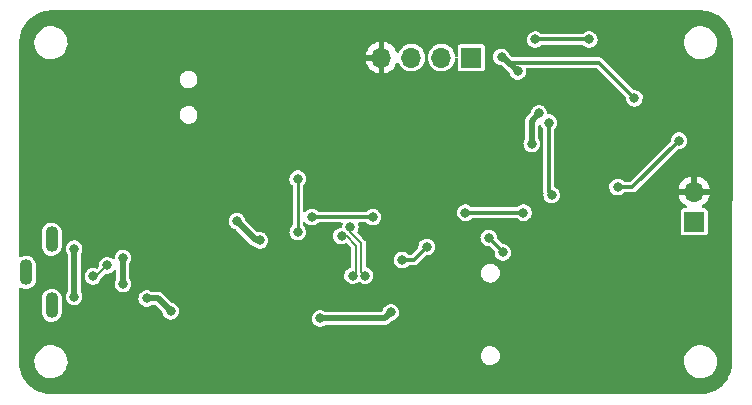
<source format=gbr>
%TF.GenerationSoftware,KiCad,Pcbnew,(6.0.9)*%
%TF.CreationDate,2023-07-19T12:20:02-07:00*%
%TF.ProjectId,pcb,7063622e-6b69-4636-9164-5f7063625858,0.1*%
%TF.SameCoordinates,Original*%
%TF.FileFunction,Copper,L2,Bot*%
%TF.FilePolarity,Positive*%
%FSLAX46Y46*%
G04 Gerber Fmt 4.6, Leading zero omitted, Abs format (unit mm)*
G04 Created by KiCad (PCBNEW (6.0.9)) date 2023-07-19 12:20:02*
%MOMM*%
%LPD*%
G01*
G04 APERTURE LIST*
%TA.AperFunction,ComponentPad*%
%ADD10O,1.100000X2.200000*%
%TD*%
%TA.AperFunction,ComponentPad*%
%ADD11R,1.700000X1.700000*%
%TD*%
%TA.AperFunction,ComponentPad*%
%ADD12O,1.700000X1.700000*%
%TD*%
%TA.AperFunction,ViaPad*%
%ADD13C,0.800000*%
%TD*%
%TA.AperFunction,Conductor*%
%ADD14C,0.300000*%
%TD*%
%TA.AperFunction,Conductor*%
%ADD15C,0.500000*%
%TD*%
%TA.AperFunction,Conductor*%
%ADD16C,0.250000*%
%TD*%
%TA.AperFunction,Conductor*%
%ADD17C,0.200000*%
%TD*%
G04 APERTURE END LIST*
D10*
%TO.P,J4,S1,SHIELD*%
%TO.N,unconnected-(J4-PadS1)*%
X48430000Y-39710000D03*
%TO.P,J4,S2,SHIELD*%
X48430000Y-45310000D03*
%TO.P,J4,S3,SHIELD*%
X46280000Y-42510000D03*
%TD*%
D11*
%TO.P,J2,1,Pin_1*%
%TO.N,/ADC1_IN1*%
X102830000Y-38220000D03*
D12*
%TO.P,J2,2,Pin_2*%
%TO.N,GND*%
X102830000Y-35680000D03*
%TD*%
D11*
%TO.P,J3,1,Pin_1*%
%TO.N,+3.3V*%
X83970000Y-24320000D03*
D12*
%TO.P,J3,2,Pin_2*%
%TO.N,/TMS*%
X81430000Y-24320000D03*
%TO.P,J3,3,Pin_3*%
%TO.N,/TCK*%
X78890000Y-24320000D03*
%TO.P,J3,4,Pin_4*%
%TO.N,GND*%
X76350000Y-24320000D03*
%TD*%
D13*
%TO.N,/ADC1_IN1*%
X70450000Y-37820000D03*
X75630000Y-37830000D03*
%TO.N,GND*%
X52380000Y-47270000D03*
X60360000Y-42720000D03*
X76170000Y-43860000D03*
X63660000Y-34410000D03*
X57710000Y-47460000D03*
X64420000Y-44990000D03*
X82010000Y-32310000D03*
X57470000Y-41970000D03*
X58660000Y-38920000D03*
X95620000Y-31570000D03*
X46700000Y-47440000D03*
X61360000Y-40350000D03*
X66830000Y-30360000D03*
X69440000Y-43790000D03*
X71810000Y-26220000D03*
X76350000Y-26740000D03*
X54000000Y-33820000D03*
X100790500Y-27760000D03*
X74600000Y-47680000D03*
%TO.N,/REFOUT*%
X101540000Y-31350000D03*
X96340000Y-35290000D03*
%TO.N,+3.3V*%
X77130000Y-45900000D03*
X54460000Y-41280000D03*
X97770000Y-27770000D03*
X86520000Y-24280000D03*
X58500000Y-45800000D03*
X87880000Y-25500000D03*
X80180000Y-40350000D03*
X71150000Y-46410000D03*
X89080000Y-31650000D03*
X89684691Y-29048313D03*
X56471608Y-44717017D03*
X78080000Y-41450000D03*
X54460000Y-43480000D03*
%TO.N,/NRST*%
X69260000Y-34570000D03*
X69260000Y-39080000D03*
%TO.N,/SW*%
X90520000Y-29840000D03*
X90760000Y-35950000D03*
%TO.N,+3.3VA*%
X64110000Y-38160000D03*
X66070000Y-39794500D03*
%TO.N,+5V*%
X50330000Y-44570000D03*
X50330000Y-40510000D03*
%TO.N,/RA*%
X86630000Y-40820000D03*
X85440000Y-39580000D03*
%TO.N,/USB_D+*%
X51930378Y-42839622D03*
X53120000Y-41920000D03*
%TO.N,/IAOUT*%
X88370000Y-37460000D03*
X89380000Y-22790000D03*
X93940000Y-22790000D03*
X83460000Y-37460000D03*
%TO.N,/AD8232_LOD_N*%
X72968768Y-39431232D03*
X73905000Y-42785082D03*
%TO.N,/AD8232_LOD_P*%
X74955000Y-42785082D03*
X73711232Y-38688768D03*
%TD*%
D14*
%TO.N,/ADC1_IN1*%
X75620000Y-37820000D02*
X70450000Y-37820000D01*
X75630000Y-37830000D02*
X75620000Y-37820000D01*
%TO.N,/REFOUT*%
X101540000Y-31350000D02*
X97600000Y-35290000D01*
X97600000Y-35290000D02*
X96340000Y-35290000D01*
%TO.N,+3.3V*%
X79080000Y-41450000D02*
X80180000Y-40350000D01*
D15*
X56471608Y-44717017D02*
X57417017Y-44717017D01*
X76620000Y-46410000D02*
X77130000Y-45900000D01*
X87130000Y-24750000D02*
X87880000Y-25500000D01*
X89080000Y-31650000D02*
X89080000Y-29653004D01*
D14*
X94750000Y-24750000D02*
X87130000Y-24750000D01*
D15*
X86660000Y-24280000D02*
X87130000Y-24750000D01*
X57417017Y-44717017D02*
X58500000Y-45800000D01*
X54460000Y-43480000D02*
X54460000Y-41280000D01*
X71150000Y-46410000D02*
X76620000Y-46410000D01*
D14*
X97770000Y-27770000D02*
X94750000Y-24750000D01*
D15*
X86520000Y-24280000D02*
X86660000Y-24280000D01*
X89080000Y-29653004D02*
X89684691Y-29048313D01*
D14*
X78080000Y-41450000D02*
X79080000Y-41450000D01*
D16*
%TO.N,/NRST*%
X69260000Y-34570000D02*
X69260000Y-39080000D01*
D14*
%TO.N,/SW*%
X90520000Y-35710000D02*
X90760000Y-35950000D01*
X90520000Y-29840000D02*
X90520000Y-35710000D01*
D15*
%TO.N,+3.3VA*%
X65744500Y-39794500D02*
X64110000Y-38160000D01*
X66070000Y-39794500D02*
X65744500Y-39794500D01*
%TO.N,+5V*%
X50330000Y-40510000D02*
X50330000Y-44570000D01*
D14*
%TO.N,/RA*%
X86630000Y-40770000D02*
X85440000Y-39580000D01*
X86630000Y-40820000D02*
X86630000Y-40770000D01*
D17*
%TO.N,/USB_D+*%
X51930378Y-42839622D02*
X52200378Y-42839622D01*
X52200378Y-42839622D02*
X53120000Y-41920000D01*
D14*
%TO.N,/IAOUT*%
X88370000Y-37460000D02*
X83460000Y-37460000D01*
X89380000Y-22790000D02*
X93940000Y-22790000D01*
D17*
%TO.N,/AD8232_LOD_N*%
X74204999Y-40243199D02*
X73393033Y-39431232D01*
X73905000Y-42785082D02*
X74204999Y-42485083D01*
X74204999Y-42485083D02*
X74204999Y-40243199D01*
X73393033Y-39431232D02*
X72968768Y-39431232D01*
%TO.N,/AD8232_LOD_P*%
X74655001Y-42485083D02*
X74655001Y-40056801D01*
X74655001Y-40056801D02*
X73711232Y-39113033D01*
X74955000Y-42785082D02*
X74655001Y-42485083D01*
X73711232Y-39113033D02*
X73711232Y-38688768D01*
%TD*%
%TA.AperFunction,Conductor*%
%TO.N,GND*%
G36*
X103354391Y-20322384D02*
G01*
X103370000Y-20325136D01*
X103380685Y-20323252D01*
X103390580Y-20323252D01*
X103404264Y-20322445D01*
X103542501Y-20330291D01*
X103674074Y-20337758D01*
X103688030Y-20339348D01*
X103981273Y-20389710D01*
X103994956Y-20392868D01*
X104187621Y-20448995D01*
X104280608Y-20476084D01*
X104293855Y-20480773D01*
X104568250Y-20595772D01*
X104580877Y-20601926D01*
X104605210Y-20615545D01*
X104840516Y-20747245D01*
X104852362Y-20754787D01*
X105093890Y-20928550D01*
X105104800Y-20937378D01*
X105325112Y-21137348D01*
X105334965Y-21147367D01*
X105343779Y-21157409D01*
X105531239Y-21370984D01*
X105539885Y-21382040D01*
X105709595Y-21626426D01*
X105716934Y-21638388D01*
X105775044Y-21746397D01*
X105857905Y-21900412D01*
X105863851Y-21913145D01*
X105974264Y-22189423D01*
X105978731Y-22202747D01*
X106057172Y-22489733D01*
X106060103Y-22503476D01*
X106105572Y-22797514D01*
X106106929Y-22811495D01*
X106116437Y-23048857D01*
X106117745Y-23081520D01*
X106116709Y-23095192D01*
X106116544Y-23105089D01*
X106114482Y-23115741D01*
X106116188Y-23126457D01*
X106116188Y-23126459D01*
X106117471Y-23134518D01*
X106119014Y-23154241D01*
X106069562Y-49986257D01*
X106068020Y-50005522D01*
X106064906Y-50025083D01*
X106066967Y-50035734D01*
X106067128Y-50045384D01*
X106068187Y-50059320D01*
X106057651Y-50326194D01*
X106056324Y-50340039D01*
X106016050Y-50603493D01*
X106011826Y-50631122D01*
X106008958Y-50644723D01*
X105948776Y-50867423D01*
X105932137Y-50928993D01*
X105927761Y-50942196D01*
X105819584Y-51216074D01*
X105813756Y-51228704D01*
X105730986Y-51384479D01*
X105686290Y-51468599D01*
X105675592Y-51488732D01*
X105668386Y-51500631D01*
X105501967Y-51743548D01*
X105493475Y-51754564D01*
X105300888Y-51977324D01*
X105291218Y-51987316D01*
X105251885Y-52023642D01*
X105074900Y-52187096D01*
X105064168Y-52195946D01*
X104826831Y-52370245D01*
X104815175Y-52377836D01*
X104559812Y-52524455D01*
X104547384Y-52530692D01*
X104505610Y-52548797D01*
X104277206Y-52647787D01*
X104264153Y-52652594D01*
X104103472Y-52701723D01*
X103982557Y-52738694D01*
X103969056Y-52742007D01*
X103849180Y-52764377D01*
X103679581Y-52796025D01*
X103665786Y-52797805D01*
X103399509Y-52817078D01*
X103385226Y-52816463D01*
X103375791Y-52816615D01*
X103365077Y-52814904D01*
X103353814Y-52817078D01*
X103352907Y-52817253D01*
X103329407Y-52819500D01*
X48407139Y-52819500D01*
X48385609Y-52817616D01*
X48370000Y-52814864D01*
X48359315Y-52816748D01*
X48349661Y-52816748D01*
X48335722Y-52817575D01*
X48235268Y-52811934D01*
X48074704Y-52802916D01*
X48060887Y-52801359D01*
X47776174Y-52752985D01*
X47762616Y-52749891D01*
X47485101Y-52669940D01*
X47471976Y-52665347D01*
X47205166Y-52554830D01*
X47192638Y-52548797D01*
X47052487Y-52471339D01*
X46939868Y-52409097D01*
X46928100Y-52401702D01*
X46692569Y-52234583D01*
X46681697Y-52225914D01*
X46466358Y-52033475D01*
X46456525Y-52023642D01*
X46264086Y-51808303D01*
X46255417Y-51797431D01*
X46088298Y-51561900D01*
X46080899Y-51550126D01*
X46053545Y-51500631D01*
X46011879Y-51425243D01*
X45941203Y-51297362D01*
X45935170Y-51284834D01*
X45824653Y-51018024D01*
X45820060Y-51004899D01*
X45740109Y-50727384D01*
X45737015Y-50713826D01*
X45688641Y-50429113D01*
X45687084Y-50415296D01*
X45674882Y-50198021D01*
X45672425Y-50154278D01*
X45673252Y-50140339D01*
X45673252Y-50130685D01*
X45675136Y-50120000D01*
X45672384Y-50104391D01*
X45670500Y-50082861D01*
X45670500Y-50003789D01*
X46965996Y-50003789D01*
X46974913Y-50241295D01*
X46975990Y-50246430D01*
X46975991Y-50246435D01*
X47014321Y-50429113D01*
X47023719Y-50473904D01*
X47111020Y-50694963D01*
X47113741Y-50699447D01*
X47113743Y-50699451D01*
X47179099Y-50807154D01*
X47234319Y-50898153D01*
X47390090Y-51077664D01*
X47467712Y-51141310D01*
X47566791Y-51222549D01*
X47573880Y-51228362D01*
X47578441Y-51230958D01*
X47578442Y-51230959D01*
X47775875Y-51343345D01*
X47775880Y-51343347D01*
X47780433Y-51345939D01*
X48003844Y-51427034D01*
X48237725Y-51469326D01*
X48262619Y-51470500D01*
X48429680Y-51470500D01*
X48432296Y-51470278D01*
X48432297Y-51470278D01*
X48601590Y-51455913D01*
X48606823Y-51455469D01*
X48836874Y-51395760D01*
X49053576Y-51298143D01*
X49250732Y-51165409D01*
X49422705Y-51001355D01*
X49564579Y-50810670D01*
X49606924Y-50727384D01*
X49669913Y-50603493D01*
X49669915Y-50603488D01*
X49672295Y-50598807D01*
X49742775Y-50371824D01*
X49753248Y-50292812D01*
X49773315Y-50141412D01*
X49773315Y-50141408D01*
X49774004Y-50136211D01*
X49765759Y-49916601D01*
X49765284Y-49903949D01*
X49765284Y-49903948D01*
X49765087Y-49898705D01*
X49737700Y-49768176D01*
X49717361Y-49671242D01*
X49717360Y-49671239D01*
X49716281Y-49666096D01*
X49683270Y-49582506D01*
X49676110Y-49564376D01*
X84764455Y-49564376D01*
X84765179Y-49571265D01*
X84765179Y-49571268D01*
X84774632Y-49661208D01*
X84783227Y-49742983D01*
X84841103Y-49912993D01*
X84844734Y-49918895D01*
X84922551Y-50045384D01*
X84935206Y-50065955D01*
X85060859Y-50194268D01*
X85211817Y-50291554D01*
X85279994Y-50316368D01*
X85374063Y-50350607D01*
X85374065Y-50350608D01*
X85380578Y-50352978D01*
X85438253Y-50360264D01*
X85515417Y-50370012D01*
X85515423Y-50370012D01*
X85519283Y-50370500D01*
X85615155Y-50370500D01*
X85618602Y-50370113D01*
X85618608Y-50370113D01*
X85741581Y-50356319D01*
X85748472Y-50355546D01*
X85918073Y-50296485D01*
X86070375Y-50201316D01*
X86167976Y-50104394D01*
X86192890Y-50079653D01*
X86192891Y-50079652D01*
X86197807Y-50074770D01*
X86242853Y-50003789D01*
X101965996Y-50003789D01*
X101974913Y-50241295D01*
X101975990Y-50246430D01*
X101975991Y-50246435D01*
X102014321Y-50429113D01*
X102023719Y-50473904D01*
X102111020Y-50694963D01*
X102113741Y-50699447D01*
X102113743Y-50699451D01*
X102179099Y-50807154D01*
X102234319Y-50898153D01*
X102390090Y-51077664D01*
X102467712Y-51141310D01*
X102566791Y-51222549D01*
X102573880Y-51228362D01*
X102578441Y-51230958D01*
X102578442Y-51230959D01*
X102775875Y-51343345D01*
X102775880Y-51343347D01*
X102780433Y-51345939D01*
X103003844Y-51427034D01*
X103237725Y-51469326D01*
X103262619Y-51470500D01*
X103429680Y-51470500D01*
X103432296Y-51470278D01*
X103432297Y-51470278D01*
X103601590Y-51455913D01*
X103606823Y-51455469D01*
X103836874Y-51395760D01*
X104053576Y-51298143D01*
X104250732Y-51165409D01*
X104422705Y-51001355D01*
X104564579Y-50810670D01*
X104606924Y-50727384D01*
X104669913Y-50603493D01*
X104669915Y-50603488D01*
X104672295Y-50598807D01*
X104742775Y-50371824D01*
X104753248Y-50292812D01*
X104773315Y-50141412D01*
X104773315Y-50141408D01*
X104774004Y-50136211D01*
X104765759Y-49916601D01*
X104765284Y-49903949D01*
X104765284Y-49903948D01*
X104765087Y-49898705D01*
X104737700Y-49768176D01*
X104717361Y-49671242D01*
X104717360Y-49671239D01*
X104716281Y-49666096D01*
X104683270Y-49582506D01*
X104630908Y-49449920D01*
X104628980Y-49445037D01*
X104604026Y-49403913D01*
X104508408Y-49246341D01*
X104505681Y-49241847D01*
X104360071Y-49074045D01*
X104353356Y-49066307D01*
X104353355Y-49066306D01*
X104349910Y-49062336D01*
X104166120Y-48911638D01*
X104161558Y-48909041D01*
X103964125Y-48796655D01*
X103964120Y-48796653D01*
X103959567Y-48794061D01*
X103736156Y-48712966D01*
X103502275Y-48670674D01*
X103477381Y-48669500D01*
X103310320Y-48669500D01*
X103307704Y-48669722D01*
X103307703Y-48669722D01*
X103296484Y-48670674D01*
X103133177Y-48684531D01*
X102903126Y-48744240D01*
X102686424Y-48841857D01*
X102489268Y-48974591D01*
X102317295Y-49138645D01*
X102175421Y-49329330D01*
X102173042Y-49334008D01*
X102173042Y-49334009D01*
X102118875Y-49440549D01*
X102067705Y-49541193D01*
X101997225Y-49768176D01*
X101996534Y-49773386D01*
X101996534Y-49773388D01*
X101968320Y-49986257D01*
X101965996Y-50003789D01*
X86242853Y-50003789D01*
X86294037Y-49923136D01*
X86300869Y-49903949D01*
X86351957Y-49760479D01*
X86351958Y-49760475D01*
X86354281Y-49753951D01*
X86375545Y-49575624D01*
X86373640Y-49557494D01*
X86357498Y-49403913D01*
X86357498Y-49403911D01*
X86356773Y-49397017D01*
X86298897Y-49227007D01*
X86204794Y-49074045D01*
X86079141Y-48945732D01*
X85928183Y-48848446D01*
X85860006Y-48823632D01*
X85765937Y-48789393D01*
X85765935Y-48789392D01*
X85759422Y-48787022D01*
X85701747Y-48779736D01*
X85624583Y-48769988D01*
X85624577Y-48769988D01*
X85620717Y-48769500D01*
X85524845Y-48769500D01*
X85521398Y-48769887D01*
X85521392Y-48769887D01*
X85398419Y-48783681D01*
X85391528Y-48784454D01*
X85221927Y-48843515D01*
X85069625Y-48938684D01*
X85064708Y-48943567D01*
X84948462Y-49059005D01*
X84942193Y-49065230D01*
X84845963Y-49216864D01*
X84843636Y-49223399D01*
X84788043Y-49379521D01*
X84788042Y-49379525D01*
X84785719Y-49386049D01*
X84764455Y-49564376D01*
X49676110Y-49564376D01*
X49630908Y-49449920D01*
X49628980Y-49445037D01*
X49604026Y-49403913D01*
X49508408Y-49246341D01*
X49505681Y-49241847D01*
X49360071Y-49074045D01*
X49353356Y-49066307D01*
X49353355Y-49066306D01*
X49349910Y-49062336D01*
X49166120Y-48911638D01*
X49161558Y-48909041D01*
X48964125Y-48796655D01*
X48964120Y-48796653D01*
X48959567Y-48794061D01*
X48736156Y-48712966D01*
X48502275Y-48670674D01*
X48477381Y-48669500D01*
X48310320Y-48669500D01*
X48307704Y-48669722D01*
X48307703Y-48669722D01*
X48296484Y-48670674D01*
X48133177Y-48684531D01*
X47903126Y-48744240D01*
X47686424Y-48841857D01*
X47489268Y-48974591D01*
X47317295Y-49138645D01*
X47175421Y-49329330D01*
X47173042Y-49334008D01*
X47173042Y-49334009D01*
X47118875Y-49440549D01*
X47067705Y-49541193D01*
X46997225Y-49768176D01*
X46996534Y-49773386D01*
X46996534Y-49773388D01*
X46968320Y-49986257D01*
X46965996Y-50003789D01*
X45670500Y-50003789D01*
X45670500Y-45906164D01*
X47579500Y-45906164D01*
X47594442Y-46043709D01*
X47653383Y-46218848D01*
X47748557Y-46377244D01*
X47875524Y-46511507D01*
X48028360Y-46615375D01*
X48199935Y-46684000D01*
X48206558Y-46685096D01*
X48206560Y-46685097D01*
X48375616Y-46713084D01*
X48375618Y-46713084D01*
X48382244Y-46714181D01*
X48566781Y-46704510D01*
X48744936Y-46655438D01*
X48863495Y-46592929D01*
X48902458Y-46572386D01*
X48902459Y-46572385D01*
X48908398Y-46569254D01*
X48913523Y-46564923D01*
X48913526Y-46564921D01*
X49044413Y-46454313D01*
X49044415Y-46454311D01*
X49049540Y-46449980D01*
X49161777Y-46303180D01*
X49197044Y-46227550D01*
X49237037Y-46141786D01*
X49237039Y-46141782D01*
X49239873Y-46135703D01*
X49241337Y-46129154D01*
X49279074Y-45960326D01*
X49279075Y-45960322D01*
X49280183Y-45955363D01*
X49280500Y-45949693D01*
X49280500Y-44713836D01*
X49265558Y-44576291D01*
X49260954Y-44562611D01*
X49624394Y-44562611D01*
X49625214Y-44570039D01*
X49625214Y-44570041D01*
X49626641Y-44582968D01*
X49642999Y-44731135D01*
X49645565Y-44738147D01*
X49645566Y-44738151D01*
X49694082Y-44870724D01*
X49701266Y-44890356D01*
X49705433Y-44896558D01*
X49705435Y-44896561D01*
X49718510Y-44916018D01*
X49795830Y-45031083D01*
X49801360Y-45036115D01*
X49915702Y-45140159D01*
X49915706Y-45140162D01*
X49921233Y-45145191D01*
X50070235Y-45226092D01*
X50165585Y-45251107D01*
X50227005Y-45267220D01*
X50227007Y-45267220D01*
X50234233Y-45269116D01*
X50317178Y-45270419D01*
X50396290Y-45271662D01*
X50396293Y-45271662D01*
X50403760Y-45271779D01*
X50533623Y-45242037D01*
X50561738Y-45235598D01*
X50561739Y-45235598D01*
X50569029Y-45233928D01*
X50692370Y-45171894D01*
X50713820Y-45161106D01*
X50713822Y-45161105D01*
X50720498Y-45157747D01*
X50726180Y-45152894D01*
X50726183Y-45152892D01*
X50843741Y-45052487D01*
X50849423Y-45047634D01*
X50948361Y-44909947D01*
X51011601Y-44752634D01*
X51015718Y-44723707D01*
X51017722Y-44709628D01*
X55766002Y-44709628D01*
X55766822Y-44717056D01*
X55766822Y-44717058D01*
X55767556Y-44723707D01*
X55784607Y-44878152D01*
X55787173Y-44885164D01*
X55787174Y-44885168D01*
X55793705Y-44903014D01*
X55842874Y-45037373D01*
X55847041Y-45043575D01*
X55847043Y-45043578D01*
X55884867Y-45099866D01*
X55937438Y-45178100D01*
X55942968Y-45183132D01*
X56057310Y-45287176D01*
X56057314Y-45287179D01*
X56062841Y-45292208D01*
X56211843Y-45373109D01*
X56307193Y-45398124D01*
X56368613Y-45414237D01*
X56368615Y-45414237D01*
X56375841Y-45416133D01*
X56458786Y-45417436D01*
X56537898Y-45418679D01*
X56537901Y-45418679D01*
X56545368Y-45418796D01*
X56667817Y-45390752D01*
X56703346Y-45382615D01*
X56703347Y-45382615D01*
X56710637Y-45380945D01*
X56815163Y-45328374D01*
X56855428Y-45308123D01*
X56855430Y-45308122D01*
X56862106Y-45304764D01*
X56870933Y-45297225D01*
X56873688Y-45295991D01*
X56874017Y-45295772D01*
X56874053Y-45295827D01*
X56934695Y-45268656D01*
X56951463Y-45267517D01*
X57137630Y-45267517D01*
X57204669Y-45287202D01*
X57225311Y-45303836D01*
X57773568Y-45852092D01*
X57807053Y-45913415D01*
X57809138Y-45926165D01*
X57811544Y-45947959D01*
X57812999Y-45961135D01*
X57815565Y-45968147D01*
X57815566Y-45968151D01*
X57857781Y-46083506D01*
X57871266Y-46120356D01*
X57875433Y-46126558D01*
X57875435Y-46126561D01*
X57885666Y-46141786D01*
X57965830Y-46261083D01*
X57971360Y-46266115D01*
X58085702Y-46370159D01*
X58085706Y-46370162D01*
X58091233Y-46375191D01*
X58240235Y-46456092D01*
X58335585Y-46481107D01*
X58397005Y-46497220D01*
X58397007Y-46497220D01*
X58404233Y-46499116D01*
X58487178Y-46500419D01*
X58566290Y-46501662D01*
X58566293Y-46501662D01*
X58573760Y-46501779D01*
X58696209Y-46473735D01*
X58731738Y-46465598D01*
X58731739Y-46465598D01*
X58739029Y-46463928D01*
X58814111Y-46426166D01*
X58860945Y-46402611D01*
X70444394Y-46402611D01*
X70445214Y-46410039D01*
X70445214Y-46410041D01*
X70449904Y-46452522D01*
X70462999Y-46571135D01*
X70465565Y-46578147D01*
X70465566Y-46578151D01*
X70494502Y-46657221D01*
X70521266Y-46730356D01*
X70525433Y-46736558D01*
X70525435Y-46736561D01*
X70561604Y-46790386D01*
X70615830Y-46871083D01*
X70621360Y-46876115D01*
X70735702Y-46980159D01*
X70735706Y-46980162D01*
X70741233Y-46985191D01*
X70890235Y-47066092D01*
X70985585Y-47091107D01*
X71047005Y-47107220D01*
X71047007Y-47107220D01*
X71054233Y-47109116D01*
X71137178Y-47110419D01*
X71216290Y-47111662D01*
X71216293Y-47111662D01*
X71223760Y-47111779D01*
X71346209Y-47083735D01*
X71381738Y-47075598D01*
X71381739Y-47075598D01*
X71389029Y-47073928D01*
X71464111Y-47036166D01*
X71533820Y-47001106D01*
X71533822Y-47001105D01*
X71540498Y-46997747D01*
X71549325Y-46990208D01*
X71552080Y-46988974D01*
X71552409Y-46988755D01*
X71552445Y-46988810D01*
X71613087Y-46961639D01*
X71629855Y-46960500D01*
X76605043Y-46960500D01*
X76610236Y-46960609D01*
X76663846Y-46962856D01*
X76663847Y-46962856D01*
X76672294Y-46963210D01*
X76680525Y-46961279D01*
X76680529Y-46961279D01*
X76714747Y-46953253D01*
X76726232Y-46951124D01*
X76744088Y-46948678D01*
X76761060Y-46946353D01*
X76761061Y-46946353D01*
X76769432Y-46945206D01*
X76783390Y-46939166D01*
X76804325Y-46932242D01*
X76810903Y-46930699D01*
X76819136Y-46928768D01*
X76857348Y-46907761D01*
X76867835Y-46902624D01*
X76900097Y-46888663D01*
X76900102Y-46888660D01*
X76907855Y-46885305D01*
X76914421Y-46879988D01*
X76914423Y-46879987D01*
X76919676Y-46875733D01*
X76937965Y-46863443D01*
X76951308Y-46856107D01*
X76959422Y-46849103D01*
X76984034Y-46824491D01*
X76993679Y-46815806D01*
X77025070Y-46790386D01*
X77029965Y-46783499D01*
X77029968Y-46783495D01*
X77036063Y-46774918D01*
X77049456Y-46759069D01*
X77105798Y-46702727D01*
X77182406Y-46626118D01*
X77242405Y-46592929D01*
X77361738Y-46565599D01*
X77361747Y-46565596D01*
X77369029Y-46563928D01*
X77473257Y-46511507D01*
X77513820Y-46491106D01*
X77513822Y-46491105D01*
X77520498Y-46487747D01*
X77526180Y-46482894D01*
X77526183Y-46482892D01*
X77643741Y-46382487D01*
X77649423Y-46377634D01*
X77748361Y-46239947D01*
X77811601Y-46082634D01*
X77813337Y-46070436D01*
X77834918Y-45918800D01*
X77834918Y-45918794D01*
X77835490Y-45914778D01*
X77835546Y-45909501D01*
X77835602Y-45904065D01*
X77835645Y-45900000D01*
X77830085Y-45854053D01*
X77816175Y-45739105D01*
X77816174Y-45739101D01*
X77815276Y-45731680D01*
X77777489Y-45631680D01*
X77757989Y-45580073D01*
X77757987Y-45580070D01*
X77755345Y-45573077D01*
X77691425Y-45480073D01*
X77663549Y-45439513D01*
X77663546Y-45439510D01*
X77659312Y-45433349D01*
X77593831Y-45375007D01*
X77538303Y-45325533D01*
X77538301Y-45325532D01*
X77532721Y-45320560D01*
X77518347Y-45312949D01*
X77440589Y-45271779D01*
X77382881Y-45241224D01*
X77218441Y-45199919D01*
X77132248Y-45199468D01*
X77056368Y-45199070D01*
X77056367Y-45199070D01*
X77048895Y-45199031D01*
X77027235Y-45204231D01*
X76891295Y-45236868D01*
X76891293Y-45236869D01*
X76884032Y-45238612D01*
X76877399Y-45242035D01*
X76877395Y-45242037D01*
X76824705Y-45269233D01*
X76733369Y-45316375D01*
X76727737Y-45321288D01*
X76618880Y-45416250D01*
X76605604Y-45427831D01*
X76508113Y-45566547D01*
X76446524Y-45724513D01*
X76445548Y-45731925D01*
X76445548Y-45731926D01*
X76442947Y-45751684D01*
X76414681Y-45815581D01*
X76356357Y-45854053D01*
X76320008Y-45859500D01*
X71631645Y-45859500D01*
X71560875Y-45837322D01*
X71558308Y-45835537D01*
X71552721Y-45830560D01*
X71402881Y-45751224D01*
X71238441Y-45709919D01*
X71152248Y-45709468D01*
X71076368Y-45709070D01*
X71076367Y-45709070D01*
X71068895Y-45709031D01*
X71047235Y-45714231D01*
X70911295Y-45746868D01*
X70911293Y-45746869D01*
X70904032Y-45748612D01*
X70897399Y-45752035D01*
X70897395Y-45752037D01*
X70830465Y-45786583D01*
X70753369Y-45826375D01*
X70747737Y-45831288D01*
X70647420Y-45918800D01*
X70625604Y-45937831D01*
X70528113Y-46076547D01*
X70466524Y-46234513D01*
X70465548Y-46241923D01*
X70465548Y-46241925D01*
X70457484Y-46303180D01*
X70444394Y-46402611D01*
X58860945Y-46402611D01*
X58883820Y-46391106D01*
X58883822Y-46391105D01*
X58890498Y-46387747D01*
X58896180Y-46382894D01*
X58896183Y-46382892D01*
X59013741Y-46282487D01*
X59019423Y-46277634D01*
X59118361Y-46139947D01*
X59181601Y-45982634D01*
X59187107Y-45943948D01*
X59204918Y-45818800D01*
X59204918Y-45818794D01*
X59205490Y-45814778D01*
X59205645Y-45800000D01*
X59199798Y-45751684D01*
X59186175Y-45639105D01*
X59186174Y-45639101D01*
X59185276Y-45631680D01*
X59125345Y-45473077D01*
X59098041Y-45433349D01*
X59033549Y-45339513D01*
X59033546Y-45339510D01*
X59029312Y-45333349D01*
X58960208Y-45271779D01*
X58908303Y-45225533D01*
X58908301Y-45225532D01*
X58902721Y-45220560D01*
X58862134Y-45199070D01*
X58810807Y-45171894D01*
X58752881Y-45141224D01*
X58675398Y-45121761D01*
X58608328Y-45104914D01*
X58550856Y-45072331D01*
X57816874Y-44338349D01*
X57813280Y-44334602D01*
X57812064Y-44333280D01*
X57771218Y-44288861D01*
X57734155Y-44265881D01*
X57724527Y-44259264D01*
X57696533Y-44238015D01*
X57696530Y-44238013D01*
X57689800Y-44232905D01*
X57681942Y-44229794D01*
X57681937Y-44229791D01*
X57675662Y-44227307D01*
X57655961Y-44217399D01*
X57650216Y-44213837D01*
X57643031Y-44209382D01*
X57617063Y-44201838D01*
X57601159Y-44197217D01*
X57590108Y-44193433D01*
X57557425Y-44180493D01*
X57557422Y-44180492D01*
X57549564Y-44177381D01*
X57534435Y-44175791D01*
X57512801Y-44171546D01*
X57504436Y-44169116D01*
X57498192Y-44167302D01*
X57490693Y-44166751D01*
X57489777Y-44166684D01*
X57489775Y-44166684D01*
X57487502Y-44166517D01*
X57452695Y-44166517D01*
X57439734Y-44165838D01*
X57438298Y-44165687D01*
X57436776Y-44165527D01*
X57407969Y-44162499D01*
X57407966Y-44162499D01*
X57399563Y-44161616D01*
X57391233Y-44163025D01*
X57391230Y-44163025D01*
X57380850Y-44164781D01*
X57360171Y-44166517D01*
X56953253Y-44166517D01*
X56882483Y-44144339D01*
X56879916Y-44142554D01*
X56874329Y-44137577D01*
X56724489Y-44058241D01*
X56560049Y-44016936D01*
X56473856Y-44016485D01*
X56397976Y-44016087D01*
X56397975Y-44016087D01*
X56390503Y-44016048D01*
X56368843Y-44021248D01*
X56232903Y-44053885D01*
X56232901Y-44053886D01*
X56225640Y-44055629D01*
X56219007Y-44059052D01*
X56219003Y-44059054D01*
X56152073Y-44093600D01*
X56074977Y-44133392D01*
X56069345Y-44138305D01*
X55955045Y-44238015D01*
X55947212Y-44244848D01*
X55849721Y-44383564D01*
X55788132Y-44541530D01*
X55787156Y-44548940D01*
X55787156Y-44548942D01*
X55783849Y-44574065D01*
X55766002Y-44709628D01*
X51017722Y-44709628D01*
X51034918Y-44588800D01*
X51034918Y-44588794D01*
X51035490Y-44584778D01*
X51035645Y-44570000D01*
X51031357Y-44534567D01*
X51016175Y-44409105D01*
X51016174Y-44409101D01*
X51015276Y-44401680D01*
X50990648Y-44336504D01*
X50957989Y-44250073D01*
X50957987Y-44250070D01*
X50955345Y-44243077D01*
X50944507Y-44227307D01*
X50902309Y-44165910D01*
X50880500Y-44095675D01*
X50880500Y-42832233D01*
X51224772Y-42832233D01*
X51243377Y-43000757D01*
X51245943Y-43007769D01*
X51245944Y-43007773D01*
X51265075Y-43060050D01*
X51301644Y-43159978D01*
X51305811Y-43166180D01*
X51305813Y-43166183D01*
X51331890Y-43204989D01*
X51396208Y-43300705D01*
X51401738Y-43305737D01*
X51516080Y-43409781D01*
X51516084Y-43409784D01*
X51521611Y-43414813D01*
X51670613Y-43495714D01*
X51765963Y-43520729D01*
X51827383Y-43536842D01*
X51827385Y-43536842D01*
X51834611Y-43538738D01*
X51917556Y-43540041D01*
X51996668Y-43541284D01*
X51996671Y-43541284D01*
X52004138Y-43541401D01*
X52147720Y-43508517D01*
X52162116Y-43505220D01*
X52162117Y-43505220D01*
X52169407Y-43503550D01*
X52245659Y-43465199D01*
X52314198Y-43430728D01*
X52314200Y-43430727D01*
X52320876Y-43427369D01*
X52326558Y-43422516D01*
X52326561Y-43422514D01*
X52444119Y-43322109D01*
X52449801Y-43317256D01*
X52548739Y-43179569D01*
X52611979Y-43022256D01*
X52612756Y-43016797D01*
X52644395Y-42961998D01*
X52950720Y-42655673D01*
X53012043Y-42622188D01*
X53040348Y-42619369D01*
X53086235Y-42620090D01*
X53186290Y-42621662D01*
X53186293Y-42621662D01*
X53193760Y-42621779D01*
X53316209Y-42593735D01*
X53351738Y-42585598D01*
X53351739Y-42585598D01*
X53359029Y-42583928D01*
X53434111Y-42546166D01*
X53503820Y-42511106D01*
X53503822Y-42511105D01*
X53510498Y-42507747D01*
X53516180Y-42502894D01*
X53516183Y-42502892D01*
X53633741Y-42402487D01*
X53639423Y-42397634D01*
X53684804Y-42334480D01*
X53739907Y-42291527D01*
X53809488Y-42285183D01*
X53871453Y-42317465D01*
X53906129Y-42378123D01*
X53909500Y-42406841D01*
X53909500Y-43005757D01*
X53886951Y-43077057D01*
X53838113Y-43146547D01*
X53776524Y-43304513D01*
X53775548Y-43311923D01*
X53775548Y-43311925D01*
X53769704Y-43356319D01*
X53754394Y-43472611D01*
X53755214Y-43480039D01*
X53755214Y-43480041D01*
X53757994Y-43505220D01*
X53772999Y-43641135D01*
X53775565Y-43648147D01*
X53775566Y-43648151D01*
X53819884Y-43769254D01*
X53831266Y-43800356D01*
X53835433Y-43806558D01*
X53835435Y-43806561D01*
X53868279Y-43855438D01*
X53925830Y-43941083D01*
X53931360Y-43946115D01*
X54045702Y-44050159D01*
X54045706Y-44050162D01*
X54051233Y-44055191D01*
X54200235Y-44136092D01*
X54295585Y-44161107D01*
X54357005Y-44177220D01*
X54357007Y-44177220D01*
X54364233Y-44179116D01*
X54447178Y-44180419D01*
X54526290Y-44181662D01*
X54526293Y-44181662D01*
X54533760Y-44181779D01*
X54656209Y-44153735D01*
X54691738Y-44145598D01*
X54691739Y-44145598D01*
X54699029Y-44143928D01*
X54776985Y-44104720D01*
X54843820Y-44071106D01*
X54843822Y-44071105D01*
X54850498Y-44067747D01*
X54856180Y-44062894D01*
X54856183Y-44062892D01*
X54973741Y-43962487D01*
X54979423Y-43957634D01*
X55078361Y-43819947D01*
X55141601Y-43662634D01*
X55142654Y-43655237D01*
X55164918Y-43498800D01*
X55164918Y-43498794D01*
X55165490Y-43494778D01*
X55165645Y-43480000D01*
X55160515Y-43437604D01*
X55146175Y-43319105D01*
X55146174Y-43319101D01*
X55145276Y-43311680D01*
X55126774Y-43262716D01*
X55087989Y-43160073D01*
X55087987Y-43160070D01*
X55085345Y-43153077D01*
X55070241Y-43131100D01*
X55032309Y-43075910D01*
X55010500Y-43005675D01*
X55010500Y-41754318D01*
X55033802Y-41681959D01*
X55073999Y-41626019D01*
X55074003Y-41626012D01*
X55078361Y-41619947D01*
X55081904Y-41611135D01*
X55133041Y-41483928D01*
X55141601Y-41462634D01*
X55142837Y-41453948D01*
X55164918Y-41298800D01*
X55164918Y-41298794D01*
X55165490Y-41294778D01*
X55165645Y-41280000D01*
X55163373Y-41261224D01*
X55146175Y-41119105D01*
X55146174Y-41119101D01*
X55145276Y-41111680D01*
X55123209Y-41053282D01*
X55087989Y-40960073D01*
X55087987Y-40960070D01*
X55085345Y-40953077D01*
X55056775Y-40911507D01*
X54993549Y-40819513D01*
X54993546Y-40819510D01*
X54989312Y-40813349D01*
X54917167Y-40749070D01*
X54868303Y-40705533D01*
X54868301Y-40705532D01*
X54862721Y-40700560D01*
X54848347Y-40692949D01*
X54784426Y-40659105D01*
X54712881Y-40621224D01*
X54548441Y-40579919D01*
X54462248Y-40579468D01*
X54386368Y-40579070D01*
X54386367Y-40579070D01*
X54378895Y-40579031D01*
X54357235Y-40584231D01*
X54221295Y-40616868D01*
X54221293Y-40616869D01*
X54214032Y-40618612D01*
X54207399Y-40622035D01*
X54207395Y-40622037D01*
X54163520Y-40644683D01*
X54063369Y-40696375D01*
X54057737Y-40701288D01*
X53956729Y-40789403D01*
X53935604Y-40807831D01*
X53838113Y-40946547D01*
X53776524Y-41104513D01*
X53775548Y-41111923D01*
X53775548Y-41111925D01*
X53772729Y-41133336D01*
X53754394Y-41272611D01*
X53754626Y-41274709D01*
X53734907Y-41339351D01*
X53681627Y-41384550D01*
X53612368Y-41393768D01*
X53548812Y-41363806D01*
X53528303Y-41345533D01*
X53528301Y-41345532D01*
X53522721Y-41340560D01*
X53508347Y-41332949D01*
X53408343Y-41280000D01*
X53372881Y-41261224D01*
X53208441Y-41219919D01*
X53122248Y-41219468D01*
X53046368Y-41219070D01*
X53046367Y-41219070D01*
X53038895Y-41219031D01*
X53018202Y-41223999D01*
X52881295Y-41256868D01*
X52881293Y-41256869D01*
X52874032Y-41258612D01*
X52867399Y-41262035D01*
X52867395Y-41262037D01*
X52810189Y-41291564D01*
X52723369Y-41336375D01*
X52717737Y-41341288D01*
X52601422Y-41442756D01*
X52595604Y-41447831D01*
X52498113Y-41586547D01*
X52436524Y-41744513D01*
X52435548Y-41751923D01*
X52435548Y-41751925D01*
X52427569Y-41812538D01*
X52414394Y-41912611D01*
X52415214Y-41920039D01*
X52415214Y-41920041D01*
X52422436Y-41985453D01*
X52410227Y-42054247D01*
X52386866Y-42086741D01*
X52318633Y-42154974D01*
X52257310Y-42188459D01*
X52187592Y-42183140D01*
X52183259Y-42180846D01*
X52176014Y-42179026D01*
X52176011Y-42179025D01*
X52101039Y-42160194D01*
X52018819Y-42139541D01*
X51932626Y-42139090D01*
X51856746Y-42138692D01*
X51856745Y-42138692D01*
X51849273Y-42138653D01*
X51827613Y-42143853D01*
X51691673Y-42176490D01*
X51691671Y-42176491D01*
X51684410Y-42178234D01*
X51677777Y-42181657D01*
X51677773Y-42181659D01*
X51621673Y-42210615D01*
X51533747Y-42255997D01*
X51528115Y-42260910D01*
X51443778Y-42334482D01*
X51405982Y-42367453D01*
X51308491Y-42506169D01*
X51246902Y-42664135D01*
X51224772Y-42832233D01*
X50880500Y-42832233D01*
X50880500Y-40984318D01*
X50903802Y-40911959D01*
X50943999Y-40856019D01*
X50944003Y-40856012D01*
X50948361Y-40849947D01*
X50963074Y-40813349D01*
X51005216Y-40708517D01*
X51011601Y-40692634D01*
X51017430Y-40651680D01*
X51034918Y-40528800D01*
X51034918Y-40528794D01*
X51035490Y-40524778D01*
X51035645Y-40510000D01*
X51033783Y-40494610D01*
X51016175Y-40349105D01*
X51016174Y-40349101D01*
X51015276Y-40341680D01*
X51000333Y-40302135D01*
X50957989Y-40190073D01*
X50957987Y-40190070D01*
X50955345Y-40183077D01*
X50938632Y-40158760D01*
X50863549Y-40049513D01*
X50863546Y-40049510D01*
X50859312Y-40043349D01*
X50776692Y-39969737D01*
X50738303Y-39935533D01*
X50738301Y-39935532D01*
X50732721Y-39930560D01*
X50718347Y-39922949D01*
X50657801Y-39890892D01*
X50582881Y-39851224D01*
X50418441Y-39809919D01*
X50332248Y-39809468D01*
X50256368Y-39809070D01*
X50256367Y-39809070D01*
X50248895Y-39809031D01*
X50231114Y-39813300D01*
X50091295Y-39846868D01*
X50091293Y-39846869D01*
X50084032Y-39848612D01*
X50077399Y-39852035D01*
X50077395Y-39852037D01*
X50016730Y-39883349D01*
X49933369Y-39926375D01*
X49927737Y-39931288D01*
X49819978Y-40025292D01*
X49805604Y-40037831D01*
X49708113Y-40176547D01*
X49646524Y-40334513D01*
X49645548Y-40341923D01*
X49645548Y-40341925D01*
X49642010Y-40368800D01*
X49624394Y-40502611D01*
X49625214Y-40510039D01*
X49625214Y-40510041D01*
X49637288Y-40619403D01*
X49642999Y-40671135D01*
X49645565Y-40678147D01*
X49645566Y-40678151D01*
X49692060Y-40805200D01*
X49701266Y-40830356D01*
X49705433Y-40836557D01*
X49705438Y-40836567D01*
X49758421Y-40915413D01*
X49779500Y-40984573D01*
X49779500Y-44095757D01*
X49756951Y-44167057D01*
X49708113Y-44236547D01*
X49646524Y-44394513D01*
X49624394Y-44562611D01*
X49260954Y-44562611D01*
X49206617Y-44401152D01*
X49111443Y-44242756D01*
X49018374Y-44144339D01*
X48989090Y-44113372D01*
X48989089Y-44113371D01*
X48984476Y-44108493D01*
X48831640Y-44004625D01*
X48660065Y-43936000D01*
X48653442Y-43934904D01*
X48653440Y-43934903D01*
X48484384Y-43906916D01*
X48484382Y-43906916D01*
X48477756Y-43905819D01*
X48293219Y-43915490D01*
X48115064Y-43964562D01*
X47951602Y-44050746D01*
X47946477Y-44055077D01*
X47946474Y-44055079D01*
X47815587Y-44165687D01*
X47810460Y-44170020D01*
X47698223Y-44316820D01*
X47695384Y-44322907D01*
X47695384Y-44322908D01*
X47622963Y-44478214D01*
X47622961Y-44478218D01*
X47620127Y-44484297D01*
X47618663Y-44490845D01*
X47618663Y-44490846D01*
X47600988Y-44569923D01*
X47579817Y-44664637D01*
X47579500Y-44670307D01*
X47579500Y-45906164D01*
X45670500Y-45906164D01*
X45670500Y-43908309D01*
X45690185Y-43841270D01*
X45742989Y-43795515D01*
X45812147Y-43785571D01*
X45864199Y-43805752D01*
X45872803Y-43811599D01*
X45872807Y-43811601D01*
X45878360Y-43815375D01*
X46049935Y-43884000D01*
X46056558Y-43885096D01*
X46056560Y-43885097D01*
X46225616Y-43913084D01*
X46225618Y-43913084D01*
X46232244Y-43914181D01*
X46416781Y-43904510D01*
X46594936Y-43855438D01*
X46758398Y-43769254D01*
X46763523Y-43764923D01*
X46763526Y-43764921D01*
X46894413Y-43654313D01*
X46894415Y-43654311D01*
X46899540Y-43649980D01*
X47011777Y-43503180D01*
X47014616Y-43497092D01*
X47087037Y-43341786D01*
X47087039Y-43341782D01*
X47089873Y-43335703D01*
X47100581Y-43287799D01*
X47129074Y-43160326D01*
X47129075Y-43160322D01*
X47130183Y-43155363D01*
X47130500Y-43149693D01*
X47130500Y-41913836D01*
X47115558Y-41776291D01*
X47107276Y-41751680D01*
X47058761Y-41607523D01*
X47056617Y-41601152D01*
X46961443Y-41442756D01*
X46865489Y-41341288D01*
X46839090Y-41313372D01*
X46839089Y-41313371D01*
X46834476Y-41308493D01*
X46681640Y-41204625D01*
X46510065Y-41136000D01*
X46503442Y-41134904D01*
X46503440Y-41134903D01*
X46334384Y-41106916D01*
X46334382Y-41106916D01*
X46327756Y-41105819D01*
X46143219Y-41115490D01*
X45965064Y-41164562D01*
X45959124Y-41167694D01*
X45852332Y-41223999D01*
X45783850Y-41237853D01*
X45718749Y-41212483D01*
X45677698Y-41155944D01*
X45670500Y-41114311D01*
X45670500Y-40306164D01*
X47579500Y-40306164D01*
X47594442Y-40443709D01*
X47596585Y-40450076D01*
X47596585Y-40450077D01*
X47600077Y-40460453D01*
X47653383Y-40618848D01*
X47748557Y-40777244D01*
X47753169Y-40782121D01*
X47837491Y-40871288D01*
X47875524Y-40911507D01*
X48028360Y-41015375D01*
X48199935Y-41084000D01*
X48206558Y-41085096D01*
X48206560Y-41085097D01*
X48375616Y-41113084D01*
X48375618Y-41113084D01*
X48382244Y-41114181D01*
X48566781Y-41104510D01*
X48744936Y-41055438D01*
X48879827Y-40984318D01*
X48902458Y-40972386D01*
X48902459Y-40972385D01*
X48908398Y-40969254D01*
X48913523Y-40964923D01*
X48913526Y-40964921D01*
X49044413Y-40854313D01*
X49044415Y-40854311D01*
X49049540Y-40849980D01*
X49161777Y-40703180D01*
X49189055Y-40644683D01*
X49237037Y-40541786D01*
X49237039Y-40541782D01*
X49239873Y-40535703D01*
X49241416Y-40528800D01*
X49279074Y-40360326D01*
X49279075Y-40360322D01*
X49280183Y-40355363D01*
X49280500Y-40349693D01*
X49280500Y-39113836D01*
X49265558Y-38976291D01*
X49206617Y-38801152D01*
X49111443Y-38642756D01*
X49031881Y-38558622D01*
X48989090Y-38513372D01*
X48989089Y-38513371D01*
X48984476Y-38508493D01*
X48831640Y-38404625D01*
X48660065Y-38336000D01*
X48653442Y-38334904D01*
X48653440Y-38334903D01*
X48484384Y-38306916D01*
X48484382Y-38306916D01*
X48477756Y-38305819D01*
X48293219Y-38315490D01*
X48115064Y-38364562D01*
X47951602Y-38450746D01*
X47946477Y-38455077D01*
X47946474Y-38455079D01*
X47815587Y-38565687D01*
X47810460Y-38570020D01*
X47698223Y-38716820D01*
X47620127Y-38884297D01*
X47618663Y-38890845D01*
X47618663Y-38890846D01*
X47586575Y-39034405D01*
X47579817Y-39064637D01*
X47579500Y-39070307D01*
X47579500Y-40306164D01*
X45670500Y-40306164D01*
X45670500Y-38152611D01*
X63404394Y-38152611D01*
X63422999Y-38321135D01*
X63425565Y-38328147D01*
X63425566Y-38328151D01*
X63478399Y-38472522D01*
X63481266Y-38480356D01*
X63485433Y-38486558D01*
X63485435Y-38486561D01*
X63516116Y-38532219D01*
X63575830Y-38621083D01*
X63581360Y-38626115D01*
X63695702Y-38730159D01*
X63695706Y-38730162D01*
X63701233Y-38735191D01*
X63850235Y-38816092D01*
X63970364Y-38847607D01*
X64003934Y-38856414D01*
X64060149Y-38888674D01*
X65344642Y-40173166D01*
X65348235Y-40176912D01*
X65390299Y-40222656D01*
X65411969Y-40236092D01*
X65427362Y-40245636D01*
X65436990Y-40252253D01*
X65464984Y-40273502D01*
X65464987Y-40273504D01*
X65471717Y-40278612D01*
X65479575Y-40281723D01*
X65479580Y-40281726D01*
X65485855Y-40284210D01*
X65505556Y-40294118D01*
X65518486Y-40302135D01*
X65532354Y-40306164D01*
X65560358Y-40314300D01*
X65571407Y-40318082D01*
X65608965Y-40332953D01*
X65646768Y-40356529D01*
X65661233Y-40369691D01*
X65667805Y-40373259D01*
X65667806Y-40373260D01*
X65684358Y-40382247D01*
X65810235Y-40450592D01*
X65905585Y-40475607D01*
X65967005Y-40491720D01*
X65967007Y-40491720D01*
X65974233Y-40493616D01*
X66057178Y-40494919D01*
X66136290Y-40496162D01*
X66136293Y-40496162D01*
X66143760Y-40496279D01*
X66266209Y-40468235D01*
X66301738Y-40460098D01*
X66301739Y-40460098D01*
X66309029Y-40458428D01*
X66407125Y-40409091D01*
X66453820Y-40385606D01*
X66453822Y-40385605D01*
X66460498Y-40382247D01*
X66466180Y-40377394D01*
X66466183Y-40377392D01*
X66583741Y-40276987D01*
X66589423Y-40272134D01*
X66688361Y-40134447D01*
X66751601Y-39977134D01*
X66753610Y-39963021D01*
X66774918Y-39813300D01*
X66774918Y-39813294D01*
X66775490Y-39809278D01*
X66775645Y-39794500D01*
X66773904Y-39780110D01*
X66756175Y-39633605D01*
X66756174Y-39633601D01*
X66755276Y-39626180D01*
X66732233Y-39565199D01*
X66697989Y-39474573D01*
X66697987Y-39474570D01*
X66695345Y-39467577D01*
X66666782Y-39426018D01*
X66603549Y-39334013D01*
X66603546Y-39334010D01*
X66599312Y-39327849D01*
X66518385Y-39255745D01*
X66478303Y-39220033D01*
X66478301Y-39220032D01*
X66472721Y-39215060D01*
X66322881Y-39135724D01*
X66158441Y-39094419D01*
X66072248Y-39093968D01*
X65996368Y-39093570D01*
X65996367Y-39093570D01*
X65988895Y-39093531D01*
X65981633Y-39095275D01*
X65981629Y-39095275D01*
X65921879Y-39109620D01*
X65852097Y-39106129D01*
X65805251Y-39076727D01*
X65801135Y-39072611D01*
X68554394Y-39072611D01*
X68555214Y-39080039D01*
X68555214Y-39080041D01*
X68566451Y-39181827D01*
X68572999Y-39241135D01*
X68575565Y-39248147D01*
X68575566Y-39248151D01*
X68619601Y-39368481D01*
X68631266Y-39400356D01*
X68635433Y-39406558D01*
X68635435Y-39406561D01*
X68676436Y-39467577D01*
X68725830Y-39541083D01*
X68731360Y-39546115D01*
X68845702Y-39650159D01*
X68845706Y-39650162D01*
X68851233Y-39655191D01*
X69000235Y-39736092D01*
X69095585Y-39761107D01*
X69157005Y-39777220D01*
X69157007Y-39777220D01*
X69164233Y-39779116D01*
X69247178Y-39780419D01*
X69326290Y-39781662D01*
X69326293Y-39781662D01*
X69333760Y-39781779D01*
X69465583Y-39751588D01*
X69491738Y-39745598D01*
X69491739Y-39745598D01*
X69499029Y-39743928D01*
X69616924Y-39684633D01*
X69643820Y-39671106D01*
X69643822Y-39671105D01*
X69650498Y-39667747D01*
X69656180Y-39662894D01*
X69656183Y-39662892D01*
X69773741Y-39562487D01*
X69779423Y-39557634D01*
X69878361Y-39419947D01*
X69941601Y-39262634D01*
X69943283Y-39250815D01*
X69964918Y-39098800D01*
X69964918Y-39098794D01*
X69965490Y-39094778D01*
X69965645Y-39080000D01*
X69962113Y-39050812D01*
X69946175Y-38919105D01*
X69946174Y-38919101D01*
X69945276Y-38911680D01*
X69909874Y-38817990D01*
X69887989Y-38760073D01*
X69887987Y-38760070D01*
X69885345Y-38753077D01*
X69856758Y-38711483D01*
X69793549Y-38619513D01*
X69793546Y-38619510D01*
X69789312Y-38613349D01*
X69735818Y-38565687D01*
X69727011Y-38557840D01*
X69690052Y-38498545D01*
X69685500Y-38465257D01*
X69685500Y-38345171D01*
X69705185Y-38278132D01*
X69757989Y-38232377D01*
X69827147Y-38222433D01*
X69890703Y-38251458D01*
X69906570Y-38269396D01*
X69906776Y-38269219D01*
X69911660Y-38274877D01*
X69915830Y-38281083D01*
X69921360Y-38286115D01*
X70035702Y-38390159D01*
X70035706Y-38390162D01*
X70041233Y-38395191D01*
X70190235Y-38476092D01*
X70258222Y-38493928D01*
X70347005Y-38517220D01*
X70347007Y-38517220D01*
X70354233Y-38519116D01*
X70437178Y-38520419D01*
X70516290Y-38521662D01*
X70516293Y-38521662D01*
X70523760Y-38521779D01*
X70660037Y-38490568D01*
X70681738Y-38485598D01*
X70681739Y-38485598D01*
X70689029Y-38483928D01*
X70777279Y-38439543D01*
X70833820Y-38411106D01*
X70833822Y-38411105D01*
X70840498Y-38407747D01*
X70846180Y-38402894D01*
X70846183Y-38402892D01*
X70966407Y-38300210D01*
X71030168Y-38271639D01*
X71046939Y-38270500D01*
X72940975Y-38270500D01*
X73008014Y-38290185D01*
X73053769Y-38342989D01*
X73063713Y-38412147D01*
X73056505Y-38439543D01*
X73030471Y-38506315D01*
X73030469Y-38506322D01*
X73027756Y-38513281D01*
X73026780Y-38520691D01*
X73026780Y-38520693D01*
X73013382Y-38622461D01*
X72985115Y-38686358D01*
X72926791Y-38724829D01*
X72902443Y-38728413D01*
X72902562Y-38729443D01*
X72895136Y-38730302D01*
X72887663Y-38730263D01*
X72880399Y-38732007D01*
X72730063Y-38768100D01*
X72730061Y-38768101D01*
X72722800Y-38769844D01*
X72716167Y-38773267D01*
X72716163Y-38773269D01*
X72662142Y-38801152D01*
X72572137Y-38847607D01*
X72566505Y-38852520D01*
X72483737Y-38924723D01*
X72444372Y-38959063D01*
X72346881Y-39097779D01*
X72285292Y-39255745D01*
X72284316Y-39263155D01*
X72284316Y-39263157D01*
X72275966Y-39326586D01*
X72263162Y-39423843D01*
X72263982Y-39431271D01*
X72263982Y-39431273D01*
X72275420Y-39534877D01*
X72281767Y-39592367D01*
X72284333Y-39599379D01*
X72284334Y-39599383D01*
X72316988Y-39688612D01*
X72340034Y-39751588D01*
X72344201Y-39757790D01*
X72344203Y-39757793D01*
X72379806Y-39810775D01*
X72434598Y-39892315D01*
X72440128Y-39897347D01*
X72554470Y-40001391D01*
X72554474Y-40001394D01*
X72560001Y-40006423D01*
X72709003Y-40087324D01*
X72804353Y-40112339D01*
X72865773Y-40128452D01*
X72865775Y-40128452D01*
X72873001Y-40130348D01*
X72955946Y-40131651D01*
X73035058Y-40132894D01*
X73035061Y-40132894D01*
X73042528Y-40133011D01*
X73164977Y-40104967D01*
X73200506Y-40096830D01*
X73200507Y-40096830D01*
X73207797Y-40095160D01*
X73214476Y-40091801D01*
X73214481Y-40091799D01*
X73315900Y-40040791D01*
X73384636Y-40028255D01*
X73449238Y-40054870D01*
X73459296Y-40063888D01*
X73768180Y-40372772D01*
X73801665Y-40434095D01*
X73804499Y-40460453D01*
X73804499Y-41991016D01*
X73784814Y-42058055D01*
X73732010Y-42103810D01*
X73709447Y-42111590D01*
X73666296Y-42121950D01*
X73659032Y-42123694D01*
X73652399Y-42127117D01*
X73652395Y-42127119D01*
X73609551Y-42149233D01*
X73508369Y-42201457D01*
X73502737Y-42206370D01*
X73412392Y-42285183D01*
X73380604Y-42312913D01*
X73283113Y-42451629D01*
X73221524Y-42609595D01*
X73220548Y-42617005D01*
X73220548Y-42617007D01*
X73214344Y-42664135D01*
X73199394Y-42777693D01*
X73200214Y-42785121D01*
X73200214Y-42785123D01*
X73201841Y-42799860D01*
X73217999Y-42946217D01*
X73220565Y-42953229D01*
X73220566Y-42953233D01*
X73248363Y-43029191D01*
X73276266Y-43105438D01*
X73280433Y-43111640D01*
X73280435Y-43111643D01*
X73330159Y-43185640D01*
X73370830Y-43246165D01*
X73376360Y-43251197D01*
X73490702Y-43355241D01*
X73490706Y-43355244D01*
X73496233Y-43360273D01*
X73645235Y-43441174D01*
X73736813Y-43465199D01*
X73802005Y-43482302D01*
X73802007Y-43482302D01*
X73809233Y-43484198D01*
X73892178Y-43485501D01*
X73971290Y-43486744D01*
X73971293Y-43486744D01*
X73978760Y-43486861D01*
X74101209Y-43458817D01*
X74136738Y-43450680D01*
X74136739Y-43450680D01*
X74144029Y-43449010D01*
X74222027Y-43409781D01*
X74288820Y-43376188D01*
X74288822Y-43376187D01*
X74295498Y-43372829D01*
X74348824Y-43327284D01*
X74412585Y-43298713D01*
X74481671Y-43309150D01*
X74512809Y-43329859D01*
X74546233Y-43360273D01*
X74695235Y-43441174D01*
X74786813Y-43465199D01*
X74852005Y-43482302D01*
X74852007Y-43482302D01*
X74859233Y-43484198D01*
X74942178Y-43485501D01*
X75021290Y-43486744D01*
X75021293Y-43486744D01*
X75028760Y-43486861D01*
X75151209Y-43458817D01*
X75186738Y-43450680D01*
X75186739Y-43450680D01*
X75194029Y-43449010D01*
X75272027Y-43409781D01*
X75338820Y-43376188D01*
X75338822Y-43376187D01*
X75345498Y-43372829D01*
X75351180Y-43367976D01*
X75351183Y-43367974D01*
X75468741Y-43267569D01*
X75474423Y-43262716D01*
X75573361Y-43125029D01*
X75636601Y-42967716D01*
X75640718Y-42938789D01*
X75659918Y-42803882D01*
X75659918Y-42803876D01*
X75660490Y-42799860D01*
X75660645Y-42785082D01*
X75656045Y-42747072D01*
X75641175Y-42624187D01*
X75641174Y-42624183D01*
X75640276Y-42616762D01*
X75620481Y-42564376D01*
X84764455Y-42564376D01*
X84765179Y-42571265D01*
X84765179Y-42571268D01*
X84774208Y-42657172D01*
X84783227Y-42742983D01*
X84785461Y-42749544D01*
X84785461Y-42749546D01*
X84798942Y-42789147D01*
X84841103Y-42912993D01*
X84844734Y-42918895D01*
X84921809Y-43044178D01*
X84935206Y-43065955D01*
X85060859Y-43194268D01*
X85077495Y-43204989D01*
X85174600Y-43267569D01*
X85211817Y-43291554D01*
X85267113Y-43311680D01*
X85374063Y-43350607D01*
X85374065Y-43350608D01*
X85380578Y-43352978D01*
X85438253Y-43360264D01*
X85515417Y-43370012D01*
X85515423Y-43370012D01*
X85519283Y-43370500D01*
X85615155Y-43370500D01*
X85618602Y-43370113D01*
X85618608Y-43370113D01*
X85741581Y-43356319D01*
X85748472Y-43355546D01*
X85918073Y-43296485D01*
X86070375Y-43201316D01*
X86166924Y-43105438D01*
X86192890Y-43079653D01*
X86192891Y-43079652D01*
X86197807Y-43074770D01*
X86294037Y-42923136D01*
X86299984Y-42906436D01*
X86351957Y-42760479D01*
X86351958Y-42760475D01*
X86354281Y-42753951D01*
X86375545Y-42575624D01*
X86373640Y-42557494D01*
X86357498Y-42403913D01*
X86357498Y-42403911D01*
X86356773Y-42397017D01*
X86298897Y-42227007D01*
X86245614Y-42140397D01*
X86208427Y-42079950D01*
X86208426Y-42079949D01*
X86204794Y-42074045D01*
X86079141Y-41945732D01*
X85928183Y-41848446D01*
X85829527Y-41812538D01*
X85765937Y-41789393D01*
X85765935Y-41789392D01*
X85759422Y-41787022D01*
X85701747Y-41779736D01*
X85624583Y-41769988D01*
X85624577Y-41769988D01*
X85620717Y-41769500D01*
X85524845Y-41769500D01*
X85521398Y-41769887D01*
X85521392Y-41769887D01*
X85398419Y-41783681D01*
X85391528Y-41784454D01*
X85221927Y-41843515D01*
X85069625Y-41938684D01*
X84942193Y-42065230D01*
X84845963Y-42216864D01*
X84843636Y-42223399D01*
X84788043Y-42379521D01*
X84788042Y-42379525D01*
X84785719Y-42386049D01*
X84764455Y-42564376D01*
X75620481Y-42564376D01*
X75599083Y-42507747D01*
X75582989Y-42465155D01*
X75582987Y-42465152D01*
X75580345Y-42458159D01*
X75543063Y-42403913D01*
X75488549Y-42324595D01*
X75488546Y-42324592D01*
X75484312Y-42318431D01*
X75389060Y-42233564D01*
X75363303Y-42210615D01*
X75363301Y-42210614D01*
X75357721Y-42205642D01*
X75343347Y-42198031D01*
X75282801Y-42165974D01*
X75207881Y-42126306D01*
X75158603Y-42113928D01*
X75149292Y-42111589D01*
X75089068Y-42076165D01*
X75057556Y-42013805D01*
X75055501Y-41991325D01*
X75055501Y-41442611D01*
X77374394Y-41442611D01*
X77375214Y-41450039D01*
X77375214Y-41450041D01*
X77377696Y-41472522D01*
X77392999Y-41611135D01*
X77395565Y-41618147D01*
X77395566Y-41618151D01*
X77444521Y-41751925D01*
X77451266Y-41770356D01*
X77455433Y-41776558D01*
X77455435Y-41776561D01*
X77503740Y-41848446D01*
X77545830Y-41911083D01*
X77551360Y-41916115D01*
X77665702Y-42020159D01*
X77665706Y-42020162D01*
X77671233Y-42025191D01*
X77820235Y-42106092D01*
X77910624Y-42129805D01*
X77977005Y-42147220D01*
X77977007Y-42147220D01*
X77984233Y-42149116D01*
X78067178Y-42150419D01*
X78146290Y-42151662D01*
X78146293Y-42151662D01*
X78153760Y-42151779D01*
X78284003Y-42121950D01*
X78311738Y-42115598D01*
X78311739Y-42115598D01*
X78319029Y-42113928D01*
X78394112Y-42076165D01*
X78463820Y-42041106D01*
X78463822Y-42041105D01*
X78470498Y-42037747D01*
X78476180Y-42032894D01*
X78476183Y-42032892D01*
X78596407Y-41930210D01*
X78660168Y-41901639D01*
X78676939Y-41900500D01*
X79045897Y-41900500D01*
X79060471Y-41901359D01*
X79085105Y-41904275D01*
X79085108Y-41904275D01*
X79094310Y-41905364D01*
X79130975Y-41898668D01*
X79152022Y-41894824D01*
X79155864Y-41894184D01*
X79189017Y-41889199D01*
X79213962Y-41885449D01*
X79220475Y-41882321D01*
X79227573Y-41881025D01*
X79235799Y-41876752D01*
X79279663Y-41853967D01*
X79283146Y-41852227D01*
X79336079Y-41826809D01*
X79341299Y-41821984D01*
X79341520Y-41821835D01*
X79347788Y-41818579D01*
X79352828Y-41814275D01*
X79390097Y-41777006D01*
X79393607Y-41773631D01*
X79428749Y-41741147D01*
X79428751Y-41741144D01*
X79435556Y-41734854D01*
X79439237Y-41728516D01*
X79444828Y-41722275D01*
X80080336Y-41086767D01*
X80141659Y-41053282D01*
X80169964Y-41050463D01*
X80246290Y-41051662D01*
X80246293Y-41051662D01*
X80253760Y-41051779D01*
X80401826Y-41017868D01*
X80411738Y-41015598D01*
X80411739Y-41015598D01*
X80419029Y-41013928D01*
X80540018Y-40953077D01*
X80563820Y-40941106D01*
X80563822Y-40941105D01*
X80570498Y-40937747D01*
X80576180Y-40932894D01*
X80576183Y-40932892D01*
X80693741Y-40832487D01*
X80699423Y-40827634D01*
X80798361Y-40689947D01*
X80861601Y-40532634D01*
X80862719Y-40524778D01*
X80884918Y-40368800D01*
X80884918Y-40368794D01*
X80885490Y-40364778D01*
X80885645Y-40350000D01*
X80883854Y-40335199D01*
X80866175Y-40189105D01*
X80866174Y-40189101D01*
X80865276Y-40181680D01*
X80846255Y-40131342D01*
X80807989Y-40030073D01*
X80807987Y-40030070D01*
X80805345Y-40023077D01*
X80785077Y-39993587D01*
X80713549Y-39889513D01*
X80713546Y-39889510D01*
X80709312Y-39883349D01*
X80658635Y-39838197D01*
X80588303Y-39775533D01*
X80588301Y-39775532D01*
X80582721Y-39770560D01*
X80568347Y-39762949D01*
X80439489Y-39694723D01*
X80432881Y-39691224D01*
X80268441Y-39649919D01*
X80182248Y-39649468D01*
X80106368Y-39649070D01*
X80106367Y-39649070D01*
X80098895Y-39649031D01*
X80077235Y-39654231D01*
X79941295Y-39686868D01*
X79941293Y-39686869D01*
X79934032Y-39688612D01*
X79927399Y-39692035D01*
X79927395Y-39692037D01*
X79860465Y-39726583D01*
X79783369Y-39766375D01*
X79777737Y-39771288D01*
X79670525Y-39864815D01*
X79655604Y-39877831D01*
X79558113Y-40016547D01*
X79496524Y-40174513D01*
X79495548Y-40181923D01*
X79495548Y-40181925D01*
X79491005Y-40216435D01*
X79474394Y-40342611D01*
X79475405Y-40351772D01*
X79475183Y-40353025D01*
X79475136Y-40357516D01*
X79474387Y-40357508D01*
X79463199Y-40420563D01*
X79439836Y-40453061D01*
X78929716Y-40963181D01*
X78868393Y-40996666D01*
X78842035Y-40999500D01*
X78674667Y-40999500D01*
X78607628Y-40979815D01*
X78592178Y-40968083D01*
X78488303Y-40875533D01*
X78488301Y-40875532D01*
X78482721Y-40870560D01*
X78468347Y-40862949D01*
X78387307Y-40820041D01*
X78332881Y-40791224D01*
X78168441Y-40749919D01*
X78082248Y-40749468D01*
X78006368Y-40749070D01*
X78006367Y-40749070D01*
X77998895Y-40749031D01*
X77977235Y-40754231D01*
X77841295Y-40786868D01*
X77841293Y-40786869D01*
X77834032Y-40788612D01*
X77827399Y-40792035D01*
X77827395Y-40792037D01*
X77765343Y-40824065D01*
X77683369Y-40866375D01*
X77677737Y-40871288D01*
X77561846Y-40972386D01*
X77555604Y-40977831D01*
X77458113Y-41116547D01*
X77396524Y-41274513D01*
X77395548Y-41281923D01*
X77395548Y-41281925D01*
X77391408Y-41313372D01*
X77374394Y-41442611D01*
X75055501Y-41442611D01*
X75055501Y-40025282D01*
X75055500Y-40025277D01*
X75055500Y-39993368D01*
X75048652Y-39972291D01*
X75044115Y-39953395D01*
X75040647Y-39931497D01*
X75030587Y-39911753D01*
X75023141Y-39893776D01*
X75022667Y-39892315D01*
X75016297Y-39872711D01*
X75003275Y-39854787D01*
X74993108Y-39838197D01*
X74987481Y-39827154D01*
X74983051Y-39818459D01*
X74737203Y-39572611D01*
X84734394Y-39572611D01*
X84735214Y-39580039D01*
X84735214Y-39580041D01*
X84739991Y-39623310D01*
X84752999Y-39741135D01*
X84755565Y-39748147D01*
X84755566Y-39748151D01*
X84803023Y-39877831D01*
X84811266Y-39900356D01*
X84815433Y-39906558D01*
X84815435Y-39906561D01*
X84838667Y-39941134D01*
X84905830Y-40041083D01*
X84911360Y-40046115D01*
X85025702Y-40150159D01*
X85025706Y-40150162D01*
X85031233Y-40155191D01*
X85180235Y-40236092D01*
X85275585Y-40261107D01*
X85337005Y-40277220D01*
X85337007Y-40277220D01*
X85344233Y-40279116D01*
X85454313Y-40280845D01*
X85521034Y-40301580D01*
X85540046Y-40317149D01*
X85894081Y-40671184D01*
X85927566Y-40732507D01*
X85929339Y-40775048D01*
X85924394Y-40812611D01*
X85925214Y-40820039D01*
X85925214Y-40820041D01*
X85934773Y-40906628D01*
X85942999Y-40981135D01*
X85945565Y-40988147D01*
X85945566Y-40988151D01*
X85988627Y-41105819D01*
X86001266Y-41140356D01*
X86005433Y-41146558D01*
X86005435Y-41146561D01*
X86054730Y-41219919D01*
X86095830Y-41281083D01*
X86101360Y-41286115D01*
X86215702Y-41390159D01*
X86215706Y-41390162D01*
X86221233Y-41395191D01*
X86370235Y-41476092D01*
X86465585Y-41501107D01*
X86527005Y-41517220D01*
X86527007Y-41517220D01*
X86534233Y-41519116D01*
X86617178Y-41520419D01*
X86696290Y-41521662D01*
X86696293Y-41521662D01*
X86703760Y-41521779D01*
X86826209Y-41493735D01*
X86861738Y-41485598D01*
X86861739Y-41485598D01*
X86869029Y-41483928D01*
X86965916Y-41435199D01*
X87013820Y-41411106D01*
X87013822Y-41411105D01*
X87020498Y-41407747D01*
X87026180Y-41402894D01*
X87026183Y-41402892D01*
X87143741Y-41302487D01*
X87149423Y-41297634D01*
X87248361Y-41159947D01*
X87311601Y-41002634D01*
X87313662Y-40988151D01*
X87334918Y-40838800D01*
X87334918Y-40838794D01*
X87335490Y-40834778D01*
X87335537Y-40830356D01*
X87335602Y-40824065D01*
X87335645Y-40820000D01*
X87330471Y-40777244D01*
X87316175Y-40659105D01*
X87316174Y-40659101D01*
X87315276Y-40651680D01*
X87271452Y-40535703D01*
X87257989Y-40500073D01*
X87257987Y-40500070D01*
X87255345Y-40493077D01*
X87214808Y-40434095D01*
X87163549Y-40359513D01*
X87163546Y-40359510D01*
X87159312Y-40353349D01*
X87106353Y-40306164D01*
X87038303Y-40245533D01*
X87038301Y-40245532D01*
X87032721Y-40240560D01*
X87024283Y-40236092D01*
X86912514Y-40176914D01*
X86882881Y-40161224D01*
X86718441Y-40119919D01*
X86673493Y-40119684D01*
X86667469Y-40119652D01*
X86600534Y-40099617D01*
X86580438Y-40083335D01*
X86181736Y-39684633D01*
X86148251Y-39623310D01*
X86146269Y-39594786D01*
X86145490Y-39594778D01*
X86145602Y-39584065D01*
X86145645Y-39580000D01*
X86143526Y-39562487D01*
X86126175Y-39419105D01*
X86126174Y-39419101D01*
X86125276Y-39411680D01*
X86108992Y-39368585D01*
X86067989Y-39260073D01*
X86067987Y-39260070D01*
X86065345Y-39253077D01*
X86060857Y-39246547D01*
X85973549Y-39119513D01*
X85973546Y-39119510D01*
X85969312Y-39113349D01*
X85909069Y-39059674D01*
X85848303Y-39005533D01*
X85848301Y-39005532D01*
X85842721Y-39000560D01*
X85828347Y-38992949D01*
X85699489Y-38924723D01*
X85692881Y-38921224D01*
X85528441Y-38879919D01*
X85442248Y-38879468D01*
X85366368Y-38879070D01*
X85366367Y-38879070D01*
X85358895Y-38879031D01*
X85337235Y-38884231D01*
X85201295Y-38916868D01*
X85201293Y-38916869D01*
X85194032Y-38918612D01*
X85187399Y-38922035D01*
X85187395Y-38922037D01*
X85125186Y-38954146D01*
X85043369Y-38996375D01*
X85037737Y-39001288D01*
X84927127Y-39097779D01*
X84915604Y-39107831D01*
X84818113Y-39246547D01*
X84756524Y-39404513D01*
X84734394Y-39572611D01*
X74737203Y-39572611D01*
X74346419Y-39181827D01*
X74312934Y-39120504D01*
X74317918Y-39050812D01*
X74325327Y-39034652D01*
X74329593Y-39028715D01*
X74392833Y-38871402D01*
X74393886Y-38864005D01*
X74416150Y-38707568D01*
X74416150Y-38707562D01*
X74416722Y-38703546D01*
X74416877Y-38688768D01*
X74407823Y-38613948D01*
X74397407Y-38527873D01*
X74397406Y-38527869D01*
X74396508Y-38520448D01*
X74386487Y-38493928D01*
X74365479Y-38438330D01*
X74360196Y-38368661D01*
X74393418Y-38307195D01*
X74454598Y-38273448D01*
X74481474Y-38270500D01*
X75025237Y-38270500D01*
X75092276Y-38290185D01*
X75108690Y-38302786D01*
X75215698Y-38400155D01*
X75215700Y-38400157D01*
X75221233Y-38405191D01*
X75370235Y-38486092D01*
X75441241Y-38504720D01*
X75527005Y-38527220D01*
X75527007Y-38527220D01*
X75534233Y-38529116D01*
X75617178Y-38530419D01*
X75696290Y-38531662D01*
X75696293Y-38531662D01*
X75703760Y-38531779D01*
X75848870Y-38498545D01*
X75861738Y-38495598D01*
X75861739Y-38495598D01*
X75869029Y-38493928D01*
X75961114Y-38447614D01*
X76013820Y-38421106D01*
X76013822Y-38421105D01*
X76020498Y-38417747D01*
X76026180Y-38412894D01*
X76026183Y-38412892D01*
X76143741Y-38312487D01*
X76149423Y-38307634D01*
X76248361Y-38169947D01*
X76311601Y-38012634D01*
X76313527Y-37999104D01*
X76334918Y-37848800D01*
X76334918Y-37848794D01*
X76335490Y-37844778D01*
X76335540Y-37840073D01*
X76335602Y-37834065D01*
X76335645Y-37830000D01*
X76330388Y-37786561D01*
X76316175Y-37669105D01*
X76316174Y-37669101D01*
X76315276Y-37661680D01*
X76297149Y-37613707D01*
X76257989Y-37510073D01*
X76257987Y-37510070D01*
X76255345Y-37503077D01*
X76226935Y-37461740D01*
X76220661Y-37452611D01*
X82754394Y-37452611D01*
X82755214Y-37460039D01*
X82755214Y-37460041D01*
X82768133Y-37577061D01*
X82772999Y-37621135D01*
X82775565Y-37628147D01*
X82775566Y-37628151D01*
X82799645Y-37693948D01*
X82831266Y-37780356D01*
X82835433Y-37786558D01*
X82835435Y-37786561D01*
X82877258Y-37848800D01*
X82925830Y-37921083D01*
X82931360Y-37926115D01*
X83045702Y-38030159D01*
X83045706Y-38030162D01*
X83051233Y-38035191D01*
X83200235Y-38116092D01*
X83292724Y-38140356D01*
X83357005Y-38157220D01*
X83357007Y-38157220D01*
X83364233Y-38159116D01*
X83447178Y-38160419D01*
X83526290Y-38161662D01*
X83526293Y-38161662D01*
X83533760Y-38161779D01*
X83656209Y-38133735D01*
X83691738Y-38125598D01*
X83691739Y-38125598D01*
X83699029Y-38123928D01*
X83792162Y-38077087D01*
X83843820Y-38051106D01*
X83843822Y-38051105D01*
X83850498Y-38047747D01*
X83856180Y-38042894D01*
X83856183Y-38042892D01*
X83976407Y-37940210D01*
X84040168Y-37911639D01*
X84056939Y-37910500D01*
X87776227Y-37910500D01*
X87843266Y-37930185D01*
X87859680Y-37942786D01*
X87955698Y-38030155D01*
X87955700Y-38030157D01*
X87961233Y-38035191D01*
X88110235Y-38116092D01*
X88202724Y-38140356D01*
X88267005Y-38157220D01*
X88267007Y-38157220D01*
X88274233Y-38159116D01*
X88357178Y-38160419D01*
X88436290Y-38161662D01*
X88436293Y-38161662D01*
X88443760Y-38161779D01*
X88566209Y-38133735D01*
X88601738Y-38125598D01*
X88601739Y-38125598D01*
X88609029Y-38123928D01*
X88702162Y-38077087D01*
X88753820Y-38051106D01*
X88753822Y-38051105D01*
X88760498Y-38047747D01*
X88766180Y-38042894D01*
X88766183Y-38042892D01*
X88883741Y-37942487D01*
X88889423Y-37937634D01*
X88988361Y-37799947D01*
X89051601Y-37642634D01*
X89060332Y-37581288D01*
X89074918Y-37478800D01*
X89074918Y-37478794D01*
X89075490Y-37474778D01*
X89075645Y-37460000D01*
X89073854Y-37445199D01*
X89056175Y-37299105D01*
X89056174Y-37299101D01*
X89055276Y-37291680D01*
X89036862Y-37242949D01*
X88997989Y-37140073D01*
X88997987Y-37140070D01*
X88995345Y-37133077D01*
X88985718Y-37119070D01*
X88903549Y-36999513D01*
X88903546Y-36999510D01*
X88899312Y-36993349D01*
X88772721Y-36880560D01*
X88758347Y-36872949D01*
X88629489Y-36804723D01*
X88622881Y-36801224D01*
X88458441Y-36759919D01*
X88372248Y-36759468D01*
X88296368Y-36759070D01*
X88296367Y-36759070D01*
X88288895Y-36759031D01*
X88267235Y-36764231D01*
X88131295Y-36796868D01*
X88131293Y-36796869D01*
X88124032Y-36798612D01*
X88117399Y-36802035D01*
X88117395Y-36802037D01*
X88050465Y-36836583D01*
X87973369Y-36876375D01*
X87856779Y-36978083D01*
X87855794Y-36978942D01*
X87792336Y-37008178D01*
X87774280Y-37009500D01*
X84054667Y-37009500D01*
X83987628Y-36989815D01*
X83972178Y-36978083D01*
X83868303Y-36885533D01*
X83868301Y-36885532D01*
X83862721Y-36880560D01*
X83848347Y-36872949D01*
X83719489Y-36804723D01*
X83712881Y-36801224D01*
X83548441Y-36759919D01*
X83462248Y-36759468D01*
X83386368Y-36759070D01*
X83386367Y-36759070D01*
X83378895Y-36759031D01*
X83357235Y-36764231D01*
X83221295Y-36796868D01*
X83221293Y-36796869D01*
X83214032Y-36798612D01*
X83207399Y-36802035D01*
X83207395Y-36802037D01*
X83140465Y-36836583D01*
X83063369Y-36876375D01*
X83057737Y-36881288D01*
X82945794Y-36978942D01*
X82935604Y-36987831D01*
X82838113Y-37126547D01*
X82776524Y-37284513D01*
X82775548Y-37291923D01*
X82775548Y-37291925D01*
X82768188Y-37347831D01*
X82754394Y-37452611D01*
X76220661Y-37452611D01*
X76163549Y-37369513D01*
X76163546Y-37369510D01*
X76159312Y-37363349D01*
X76087844Y-37299673D01*
X76038303Y-37255533D01*
X76038301Y-37255532D01*
X76032721Y-37250560D01*
X76018347Y-37242949D01*
X75951034Y-37207309D01*
X75882881Y-37171224D01*
X75718441Y-37129919D01*
X75632248Y-37129468D01*
X75556368Y-37129070D01*
X75556367Y-37129070D01*
X75548895Y-37129031D01*
X75532043Y-37133077D01*
X75391295Y-37166868D01*
X75391293Y-37166869D01*
X75384032Y-37168612D01*
X75377399Y-37172035D01*
X75377395Y-37172037D01*
X75328475Y-37197287D01*
X75233369Y-37246375D01*
X75227737Y-37251288D01*
X75127257Y-37338942D01*
X75063799Y-37368178D01*
X75045743Y-37369500D01*
X71044667Y-37369500D01*
X70977628Y-37349815D01*
X70962178Y-37338083D01*
X70858303Y-37245533D01*
X70858301Y-37245532D01*
X70852721Y-37240560D01*
X70838347Y-37232949D01*
X70755690Y-37189185D01*
X70702881Y-37161224D01*
X70538441Y-37119919D01*
X70452248Y-37119468D01*
X70376368Y-37119070D01*
X70376367Y-37119070D01*
X70368895Y-37119031D01*
X70347235Y-37124231D01*
X70211295Y-37156868D01*
X70211293Y-37156869D01*
X70204032Y-37158612D01*
X70197399Y-37162035D01*
X70197395Y-37162037D01*
X70145621Y-37188760D01*
X70053369Y-37236375D01*
X70047737Y-37241288D01*
X69935794Y-37338942D01*
X69925604Y-37347831D01*
X69921306Y-37353946D01*
X69921300Y-37353953D01*
X69910950Y-37368680D01*
X69856297Y-37412209D01*
X69786786Y-37419281D01*
X69724487Y-37387650D01*
X69689178Y-37327358D01*
X69685500Y-37297379D01*
X69685500Y-35185017D01*
X69705185Y-35117978D01*
X69728968Y-35090727D01*
X69773741Y-35052487D01*
X69779423Y-35047634D01*
X69878361Y-34909947D01*
X69941601Y-34752634D01*
X69946881Y-34715533D01*
X69964918Y-34588800D01*
X69964918Y-34588794D01*
X69965490Y-34584778D01*
X69965645Y-34570000D01*
X69957672Y-34504114D01*
X69946175Y-34409105D01*
X69946174Y-34409101D01*
X69945276Y-34401680D01*
X69885345Y-34243077D01*
X69876657Y-34230436D01*
X69793549Y-34109513D01*
X69793546Y-34109510D01*
X69789312Y-34103349D01*
X69662721Y-33990560D01*
X69648347Y-33982949D01*
X69519489Y-33914723D01*
X69512881Y-33911224D01*
X69348441Y-33869919D01*
X69262248Y-33869468D01*
X69186368Y-33869070D01*
X69186367Y-33869070D01*
X69178895Y-33869031D01*
X69157235Y-33874231D01*
X69021295Y-33906868D01*
X69021293Y-33906869D01*
X69014032Y-33908612D01*
X69007399Y-33912035D01*
X69007395Y-33912037D01*
X68940465Y-33946583D01*
X68863369Y-33986375D01*
X68735604Y-34097831D01*
X68638113Y-34236547D01*
X68576524Y-34394513D01*
X68575548Y-34401923D01*
X68575548Y-34401925D01*
X68574603Y-34409105D01*
X68554394Y-34562611D01*
X68555214Y-34570039D01*
X68555214Y-34570041D01*
X68563569Y-34645719D01*
X68572999Y-34731135D01*
X68575565Y-34738147D01*
X68575566Y-34738151D01*
X68599364Y-34803181D01*
X68631266Y-34890356D01*
X68635433Y-34896558D01*
X68635435Y-34896561D01*
X68648510Y-34916018D01*
X68725830Y-35031083D01*
X68731358Y-35036113D01*
X68731364Y-35036120D01*
X68793953Y-35093071D01*
X68830290Y-35152748D01*
X68834500Y-35184785D01*
X68834500Y-38465180D01*
X68814815Y-38532219D01*
X68792015Y-38558621D01*
X68735604Y-38607831D01*
X68638113Y-38746547D01*
X68576524Y-38904513D01*
X68575548Y-38911923D01*
X68575548Y-38911925D01*
X68568537Y-38965180D01*
X68554394Y-39072611D01*
X65801135Y-39072611D01*
X64835888Y-38107364D01*
X64802403Y-38046041D01*
X64800467Y-38034579D01*
X64798650Y-38019564D01*
X64795276Y-37991680D01*
X64792634Y-37984688D01*
X64792633Y-37984684D01*
X64737989Y-37840073D01*
X64737987Y-37840070D01*
X64735345Y-37833077D01*
X64730857Y-37826547D01*
X64643549Y-37699513D01*
X64643546Y-37699510D01*
X64639312Y-37693349D01*
X64512721Y-37580560D01*
X64498347Y-37572949D01*
X64437801Y-37540892D01*
X64362881Y-37501224D01*
X64198441Y-37459919D01*
X64112248Y-37459468D01*
X64036368Y-37459070D01*
X64036367Y-37459070D01*
X64028895Y-37459031D01*
X64007927Y-37464065D01*
X63871295Y-37496868D01*
X63871293Y-37496869D01*
X63864032Y-37498612D01*
X63857399Y-37502035D01*
X63857395Y-37502037D01*
X63790465Y-37536583D01*
X63713369Y-37576375D01*
X63707737Y-37581288D01*
X63615582Y-37661680D01*
X63585604Y-37687831D01*
X63488113Y-37826547D01*
X63426524Y-37984513D01*
X63425548Y-37991923D01*
X63425548Y-37991925D01*
X63420515Y-38030155D01*
X63404394Y-38152611D01*
X45670500Y-38152611D01*
X45670500Y-31642611D01*
X88374394Y-31642611D01*
X88375214Y-31650039D01*
X88375214Y-31650041D01*
X88376841Y-31664778D01*
X88392999Y-31811135D01*
X88395565Y-31818147D01*
X88395566Y-31818151D01*
X88437556Y-31932892D01*
X88451266Y-31970356D01*
X88455433Y-31976558D01*
X88455435Y-31976561D01*
X88468510Y-31996018D01*
X88545830Y-32111083D01*
X88551360Y-32116115D01*
X88665702Y-32220159D01*
X88665706Y-32220162D01*
X88671233Y-32225191D01*
X88820235Y-32306092D01*
X88915585Y-32331107D01*
X88977005Y-32347220D01*
X88977007Y-32347220D01*
X88984233Y-32349116D01*
X89067178Y-32350419D01*
X89146290Y-32351662D01*
X89146293Y-32351662D01*
X89153760Y-32351779D01*
X89276209Y-32323735D01*
X89311738Y-32315598D01*
X89311739Y-32315598D01*
X89319029Y-32313928D01*
X89394111Y-32276166D01*
X89463820Y-32241106D01*
X89463822Y-32241105D01*
X89470498Y-32237747D01*
X89476180Y-32232894D01*
X89476183Y-32232892D01*
X89593741Y-32132487D01*
X89599423Y-32127634D01*
X89698361Y-31989947D01*
X89761601Y-31832634D01*
X89762654Y-31825237D01*
X89784918Y-31668800D01*
X89784918Y-31668794D01*
X89785490Y-31664778D01*
X89785645Y-31650000D01*
X89765276Y-31481680D01*
X89742182Y-31420563D01*
X89707989Y-31330073D01*
X89707987Y-31330070D01*
X89705345Y-31323077D01*
X89652309Y-31245910D01*
X89630500Y-31175675D01*
X89630500Y-30147449D01*
X89650185Y-30080410D01*
X89702989Y-30034655D01*
X89772147Y-30024711D01*
X89835703Y-30053736D01*
X89870948Y-30104835D01*
X89891266Y-30160356D01*
X89895433Y-30166558D01*
X89895435Y-30166561D01*
X89908510Y-30186018D01*
X89985830Y-30301083D01*
X90009353Y-30322487D01*
X90028954Y-30340323D01*
X90065290Y-30400001D01*
X90069500Y-30432037D01*
X90069500Y-35675897D01*
X90068641Y-35690471D01*
X90064636Y-35724310D01*
X90066302Y-35733432D01*
X90071886Y-35764008D01*
X90072843Y-35802471D01*
X90054394Y-35942611D01*
X90055214Y-35950039D01*
X90055214Y-35950041D01*
X90056841Y-35964778D01*
X90072999Y-36111135D01*
X90075565Y-36118147D01*
X90075566Y-36118151D01*
X90086635Y-36148397D01*
X90131266Y-36270356D01*
X90135433Y-36276558D01*
X90135435Y-36276561D01*
X90148510Y-36296018D01*
X90225830Y-36411083D01*
X90231360Y-36416115D01*
X90345702Y-36520159D01*
X90345706Y-36520162D01*
X90351233Y-36525191D01*
X90500235Y-36606092D01*
X90595585Y-36631107D01*
X90657005Y-36647220D01*
X90657007Y-36647220D01*
X90664233Y-36649116D01*
X90747178Y-36650419D01*
X90826290Y-36651662D01*
X90826293Y-36651662D01*
X90833760Y-36651779D01*
X90956209Y-36623735D01*
X90991738Y-36615598D01*
X90991739Y-36615598D01*
X90999029Y-36613928D01*
X91074111Y-36576166D01*
X91143820Y-36541106D01*
X91143822Y-36541105D01*
X91150498Y-36537747D01*
X91156180Y-36532894D01*
X91156183Y-36532892D01*
X91273741Y-36432487D01*
X91279423Y-36427634D01*
X91378361Y-36289947D01*
X91441601Y-36132634D01*
X91445718Y-36103707D01*
X91464918Y-35968800D01*
X91464918Y-35968794D01*
X91465490Y-35964778D01*
X91465645Y-35950000D01*
X91457308Y-35881106D01*
X91446175Y-35789105D01*
X91446174Y-35789101D01*
X91445276Y-35781680D01*
X91422846Y-35722321D01*
X91387989Y-35630073D01*
X91387987Y-35630070D01*
X91385345Y-35623077D01*
X91350532Y-35572424D01*
X91293549Y-35489513D01*
X91293546Y-35489510D01*
X91289312Y-35483349D01*
X91222954Y-35424226D01*
X91168303Y-35375533D01*
X91168301Y-35375532D01*
X91162721Y-35370560D01*
X91156113Y-35367061D01*
X91036477Y-35303717D01*
X91014821Y-35282611D01*
X95634394Y-35282611D01*
X95635214Y-35290039D01*
X95635214Y-35290041D01*
X95649194Y-35416668D01*
X95652999Y-35451135D01*
X95655565Y-35458147D01*
X95655566Y-35458151D01*
X95667043Y-35489513D01*
X95711266Y-35610356D01*
X95715433Y-35616558D01*
X95715435Y-35616561D01*
X95765101Y-35690471D01*
X95805830Y-35751083D01*
X95811360Y-35756115D01*
X95925702Y-35860159D01*
X95925706Y-35860162D01*
X95931233Y-35865191D01*
X96080235Y-35946092D01*
X96135975Y-35960715D01*
X96237005Y-35987220D01*
X96237007Y-35987220D01*
X96244233Y-35989116D01*
X96327178Y-35990419D01*
X96406290Y-35991662D01*
X96406293Y-35991662D01*
X96413760Y-35991779D01*
X96549395Y-35960715D01*
X96571738Y-35955598D01*
X96571739Y-35955598D01*
X96579029Y-35953928D01*
X96602097Y-35942326D01*
X101502667Y-35942326D01*
X101555168Y-36138264D01*
X101558857Y-36148397D01*
X101654110Y-36352667D01*
X101659508Y-36362017D01*
X101788784Y-36546643D01*
X101795719Y-36554907D01*
X101955091Y-36714279D01*
X101963357Y-36721215D01*
X102138604Y-36843925D01*
X102182228Y-36898502D01*
X102189421Y-36968001D01*
X102157899Y-37030355D01*
X102097669Y-37065769D01*
X102067480Y-37069500D01*
X101935354Y-37069500D01*
X101931700Y-37069935D01*
X101931698Y-37069935D01*
X101926734Y-37070526D01*
X101909154Y-37072618D01*
X101806847Y-37118061D01*
X101727759Y-37197287D01*
X101723130Y-37207758D01*
X101723129Y-37207759D01*
X101692275Y-37277550D01*
X101682494Y-37299673D01*
X101679500Y-37325354D01*
X101679500Y-39114646D01*
X101682618Y-39140846D01*
X101728061Y-39243153D01*
X101807287Y-39322241D01*
X101817758Y-39326870D01*
X101817759Y-39326871D01*
X101901147Y-39363737D01*
X101901149Y-39363738D01*
X101909673Y-39367506D01*
X101935354Y-39370500D01*
X103724646Y-39370500D01*
X103728300Y-39370065D01*
X103728302Y-39370065D01*
X103733266Y-39369474D01*
X103750846Y-39367382D01*
X103853153Y-39321939D01*
X103932241Y-39242713D01*
X103942268Y-39220033D01*
X103973737Y-39148853D01*
X103973738Y-39148851D01*
X103977506Y-39140327D01*
X103980500Y-39114646D01*
X103980500Y-37325354D01*
X103977382Y-37299154D01*
X103931939Y-37196847D01*
X103852713Y-37117759D01*
X103842242Y-37113130D01*
X103842241Y-37113129D01*
X103758853Y-37076263D01*
X103758851Y-37076262D01*
X103750327Y-37072494D01*
X103724646Y-37069500D01*
X103592520Y-37069500D01*
X103525481Y-37049815D01*
X103479726Y-36997011D01*
X103469782Y-36927853D01*
X103498807Y-36864297D01*
X103521396Y-36843925D01*
X103696643Y-36721215D01*
X103704909Y-36714279D01*
X103864281Y-36554907D01*
X103871216Y-36546643D01*
X104000492Y-36362017D01*
X104005890Y-36352667D01*
X104101143Y-36148397D01*
X104104832Y-36138264D01*
X104156022Y-35947221D01*
X104155691Y-35933347D01*
X104147875Y-35930000D01*
X101517194Y-35930000D01*
X101503877Y-35933910D01*
X101502667Y-35942326D01*
X96602097Y-35942326D01*
X96654111Y-35916166D01*
X96723820Y-35881106D01*
X96723822Y-35881105D01*
X96730498Y-35877747D01*
X96736180Y-35872894D01*
X96736183Y-35872892D01*
X96856407Y-35770210D01*
X96920168Y-35741639D01*
X96936939Y-35740500D01*
X97565897Y-35740500D01*
X97580471Y-35741359D01*
X97605105Y-35744275D01*
X97605108Y-35744275D01*
X97614310Y-35745364D01*
X97650974Y-35738668D01*
X97672022Y-35734824D01*
X97675864Y-35734184D01*
X97709017Y-35729199D01*
X97733962Y-35725449D01*
X97740475Y-35722321D01*
X97747573Y-35721025D01*
X97758970Y-35715105D01*
X97799663Y-35693967D01*
X97803146Y-35692227D01*
X97806803Y-35690471D01*
X97856079Y-35666809D01*
X97861299Y-35661984D01*
X97861520Y-35661835D01*
X97867788Y-35658579D01*
X97872828Y-35654275D01*
X97910097Y-35617006D01*
X97913607Y-35613631D01*
X97948749Y-35581147D01*
X97948751Y-35581144D01*
X97955556Y-35574854D01*
X97959237Y-35568516D01*
X97964828Y-35562275D01*
X98114324Y-35412779D01*
X101503978Y-35412779D01*
X101504309Y-35426653D01*
X101512125Y-35430000D01*
X102562170Y-35430000D01*
X102577169Y-35425596D01*
X102578356Y-35424226D01*
X102580000Y-35416668D01*
X102580000Y-35412170D01*
X103080000Y-35412170D01*
X103084404Y-35427169D01*
X103085774Y-35428356D01*
X103093332Y-35430000D01*
X104142806Y-35430000D01*
X104156123Y-35426090D01*
X104157333Y-35417674D01*
X104104832Y-35221736D01*
X104101143Y-35211603D01*
X104005890Y-35007333D01*
X104000492Y-34997983D01*
X103871216Y-34813357D01*
X103864281Y-34805093D01*
X103704909Y-34645721D01*
X103696643Y-34638785D01*
X103512008Y-34509502D01*
X103502676Y-34504114D01*
X103298397Y-34408857D01*
X103288264Y-34405168D01*
X103097221Y-34353978D01*
X103083347Y-34354309D01*
X103080000Y-34362125D01*
X103080000Y-35412170D01*
X102580000Y-35412170D01*
X102580000Y-34367194D01*
X102576090Y-34353877D01*
X102567674Y-34352667D01*
X102371736Y-34405168D01*
X102361603Y-34408857D01*
X102157333Y-34504110D01*
X102147983Y-34509508D01*
X101963357Y-34638784D01*
X101955093Y-34645719D01*
X101795719Y-34805093D01*
X101788784Y-34813357D01*
X101659508Y-34997983D01*
X101654110Y-35007333D01*
X101558857Y-35211603D01*
X101555168Y-35221736D01*
X101503978Y-35412779D01*
X98114324Y-35412779D01*
X101440336Y-32086767D01*
X101501659Y-32053282D01*
X101529964Y-32050463D01*
X101606290Y-32051662D01*
X101606293Y-32051662D01*
X101613760Y-32051779D01*
X101736209Y-32023735D01*
X101771738Y-32015598D01*
X101771739Y-32015598D01*
X101779029Y-32013928D01*
X101879620Y-31963336D01*
X101923820Y-31941106D01*
X101923822Y-31941105D01*
X101930498Y-31937747D01*
X101936180Y-31932894D01*
X101936183Y-31932892D01*
X102053741Y-31832487D01*
X102059423Y-31827634D01*
X102158361Y-31689947D01*
X102221601Y-31532634D01*
X102228853Y-31481680D01*
X102244918Y-31368800D01*
X102244918Y-31368794D01*
X102245490Y-31364778D01*
X102245645Y-31350000D01*
X102225276Y-31181680D01*
X102165345Y-31023077D01*
X102156657Y-31010436D01*
X102073549Y-30889513D01*
X102073546Y-30889510D01*
X102069312Y-30883349D01*
X101942721Y-30770560D01*
X101928347Y-30762949D01*
X101799489Y-30694723D01*
X101792881Y-30691224D01*
X101628441Y-30649919D01*
X101542248Y-30649468D01*
X101466368Y-30649070D01*
X101466367Y-30649070D01*
X101458895Y-30649031D01*
X101437235Y-30654231D01*
X101301295Y-30686868D01*
X101301293Y-30686869D01*
X101294032Y-30688612D01*
X101287399Y-30692035D01*
X101287395Y-30692037D01*
X101220465Y-30726583D01*
X101143369Y-30766375D01*
X101015604Y-30877831D01*
X100918113Y-31016547D01*
X100856524Y-31174513D01*
X100834394Y-31342611D01*
X100835405Y-31351772D01*
X100835183Y-31353025D01*
X100835136Y-31357516D01*
X100834387Y-31357508D01*
X100823199Y-31420563D01*
X100799836Y-31453061D01*
X97449716Y-34803181D01*
X97388393Y-34836666D01*
X97362035Y-34839500D01*
X96934667Y-34839500D01*
X96867628Y-34819815D01*
X96852178Y-34808083D01*
X96748303Y-34715533D01*
X96748301Y-34715532D01*
X96742721Y-34710560D01*
X96728347Y-34702949D01*
X96599489Y-34634723D01*
X96592881Y-34631224D01*
X96428441Y-34589919D01*
X96342248Y-34589468D01*
X96266368Y-34589070D01*
X96266367Y-34589070D01*
X96258895Y-34589031D01*
X96237235Y-34594231D01*
X96101295Y-34626868D01*
X96101293Y-34626869D01*
X96094032Y-34628612D01*
X96087399Y-34632035D01*
X96087395Y-34632037D01*
X96020465Y-34666583D01*
X95943369Y-34706375D01*
X95937737Y-34711288D01*
X95830206Y-34805093D01*
X95815604Y-34817831D01*
X95718113Y-34956547D01*
X95656524Y-35114513D01*
X95634394Y-35282611D01*
X91014821Y-35282611D01*
X90986440Y-35254950D01*
X90970500Y-35194130D01*
X90970500Y-30433665D01*
X90990185Y-30366626D01*
X91013968Y-30339375D01*
X91033741Y-30322487D01*
X91039423Y-30317634D01*
X91138361Y-30179947D01*
X91201601Y-30022634D01*
X91216137Y-29920500D01*
X91224918Y-29858800D01*
X91224918Y-29858794D01*
X91225490Y-29854778D01*
X91225645Y-29840000D01*
X91207393Y-29689171D01*
X91206175Y-29679105D01*
X91206174Y-29679101D01*
X91205276Y-29671680D01*
X91184737Y-29617326D01*
X91147989Y-29520073D01*
X91147987Y-29520070D01*
X91145345Y-29513077D01*
X91114957Y-29468862D01*
X91053549Y-29379513D01*
X91053546Y-29379510D01*
X91049312Y-29373349D01*
X90922721Y-29260560D01*
X90915511Y-29256742D01*
X90842275Y-29217966D01*
X90772881Y-29181224D01*
X90608441Y-29139919D01*
X90510609Y-29139407D01*
X90443675Y-29119372D01*
X90398197Y-29066329D01*
X90388157Y-29030306D01*
X90370866Y-28887418D01*
X90370865Y-28887414D01*
X90369967Y-28879993D01*
X90310036Y-28721390D01*
X90268173Y-28660479D01*
X90218240Y-28587826D01*
X90218237Y-28587823D01*
X90214003Y-28581662D01*
X90087412Y-28468873D01*
X90073038Y-28461262D01*
X89944180Y-28393036D01*
X89937572Y-28389537D01*
X89773132Y-28348232D01*
X89686939Y-28347781D01*
X89611059Y-28347383D01*
X89611058Y-28347383D01*
X89603586Y-28347344D01*
X89581926Y-28352544D01*
X89445986Y-28385181D01*
X89445984Y-28385182D01*
X89438723Y-28386925D01*
X89432090Y-28390348D01*
X89432086Y-28390350D01*
X89374804Y-28419916D01*
X89288060Y-28464688D01*
X89282428Y-28469601D01*
X89194810Y-28546035D01*
X89160295Y-28576144D01*
X89062804Y-28714860D01*
X89001215Y-28872826D01*
X89000239Y-28880238D01*
X89000239Y-28880239D01*
X88994514Y-28923727D01*
X88966248Y-28987624D01*
X88959256Y-28995224D01*
X88701333Y-29253147D01*
X88697585Y-29256742D01*
X88658065Y-29293082D01*
X88658063Y-29293084D01*
X88651844Y-29298803D01*
X88647390Y-29305987D01*
X88628864Y-29335866D01*
X88622247Y-29345494D01*
X88600998Y-29373488D01*
X88600996Y-29373491D01*
X88595888Y-29380221D01*
X88592777Y-29388079D01*
X88592774Y-29388084D01*
X88590290Y-29394359D01*
X88580382Y-29414060D01*
X88572365Y-29426990D01*
X88570007Y-29435107D01*
X88560200Y-29468862D01*
X88556416Y-29479913D01*
X88543476Y-29512596D01*
X88540364Y-29520457D01*
X88539481Y-29528861D01*
X88538774Y-29535585D01*
X88534529Y-29557220D01*
X88530285Y-29571829D01*
X88529500Y-29582519D01*
X88529500Y-29617326D01*
X88528821Y-29630286D01*
X88524599Y-29670458D01*
X88526008Y-29678788D01*
X88526008Y-29678791D01*
X88527764Y-29689171D01*
X88529500Y-29709850D01*
X88529500Y-31175757D01*
X88506951Y-31247057D01*
X88458113Y-31316547D01*
X88396524Y-31474513D01*
X88374394Y-31642611D01*
X45670500Y-31642611D01*
X45670500Y-29210862D01*
X59265497Y-29210862D01*
X59295134Y-29383340D01*
X59297957Y-29389973D01*
X59297957Y-29389975D01*
X59304203Y-29404653D01*
X59363654Y-29544373D01*
X59367921Y-29550171D01*
X59367922Y-29550173D01*
X59456443Y-29670458D01*
X59467383Y-29685324D01*
X59472874Y-29689989D01*
X59472875Y-29689990D01*
X59595261Y-29793965D01*
X59595264Y-29793967D01*
X59600755Y-29798632D01*
X59607172Y-29801909D01*
X59607174Y-29801910D01*
X59673616Y-29835837D01*
X59756616Y-29878219D01*
X59763612Y-29879931D01*
X59763615Y-29879932D01*
X59834763Y-29897341D01*
X59926606Y-29919815D01*
X59932114Y-29920157D01*
X59932116Y-29920157D01*
X59935744Y-29920382D01*
X59935748Y-29920382D01*
X59937648Y-29920500D01*
X60063822Y-29920500D01*
X60193828Y-29905343D01*
X60200595Y-29902887D01*
X60200598Y-29902886D01*
X60351557Y-29848090D01*
X60351558Y-29848089D01*
X60358331Y-29845631D01*
X60504685Y-29749677D01*
X60509637Y-29744449D01*
X60509640Y-29744447D01*
X60620087Y-29627857D01*
X60620089Y-29627855D01*
X60625040Y-29622628D01*
X60628656Y-29616403D01*
X60628658Y-29616400D01*
X60709322Y-29477525D01*
X60712939Y-29471298D01*
X60763667Y-29303807D01*
X60771385Y-29179403D01*
X60774057Y-29136332D01*
X60774057Y-29136329D01*
X60774503Y-29129138D01*
X60744866Y-28956660D01*
X60676346Y-28795627D01*
X60622029Y-28721819D01*
X60576888Y-28660479D01*
X60576886Y-28660477D01*
X60572617Y-28654676D01*
X60492216Y-28586370D01*
X60444739Y-28546035D01*
X60444736Y-28546033D01*
X60439245Y-28541368D01*
X60432828Y-28538091D01*
X60432826Y-28538090D01*
X60342388Y-28491910D01*
X60283384Y-28461781D01*
X60276388Y-28460069D01*
X60276385Y-28460068D01*
X60205237Y-28442659D01*
X60113394Y-28420185D01*
X60107886Y-28419843D01*
X60107884Y-28419843D01*
X60104256Y-28419618D01*
X60104252Y-28419618D01*
X60102352Y-28419500D01*
X59976178Y-28419500D01*
X59846172Y-28434657D01*
X59839405Y-28437113D01*
X59839402Y-28437114D01*
X59688443Y-28491910D01*
X59681669Y-28494369D01*
X59609984Y-28541368D01*
X59547612Y-28582261D01*
X59535315Y-28590323D01*
X59530363Y-28595551D01*
X59530360Y-28595553D01*
X59419913Y-28712143D01*
X59414960Y-28717372D01*
X59411344Y-28723597D01*
X59411342Y-28723600D01*
X59372875Y-28789827D01*
X59327061Y-28868702D01*
X59276333Y-29036193D01*
X59272230Y-29102332D01*
X59267119Y-29184723D01*
X59265497Y-29210862D01*
X45670500Y-29210862D01*
X45670500Y-26210862D01*
X59265497Y-26210862D01*
X59295134Y-26383340D01*
X59363654Y-26544373D01*
X59367921Y-26550171D01*
X59367922Y-26550173D01*
X59425092Y-26627857D01*
X59467383Y-26685324D01*
X59472874Y-26689989D01*
X59472875Y-26689990D01*
X59595261Y-26793965D01*
X59595264Y-26793967D01*
X59600755Y-26798632D01*
X59607172Y-26801909D01*
X59607174Y-26801910D01*
X59673616Y-26835837D01*
X59756616Y-26878219D01*
X59763612Y-26879931D01*
X59763615Y-26879932D01*
X59834763Y-26897341D01*
X59926606Y-26919815D01*
X59932114Y-26920157D01*
X59932116Y-26920157D01*
X59935744Y-26920382D01*
X59935748Y-26920382D01*
X59937648Y-26920500D01*
X60063822Y-26920500D01*
X60193828Y-26905343D01*
X60200595Y-26902887D01*
X60200598Y-26902886D01*
X60351557Y-26848090D01*
X60351558Y-26848089D01*
X60358331Y-26845631D01*
X60504685Y-26749677D01*
X60509637Y-26744449D01*
X60509640Y-26744447D01*
X60620087Y-26627857D01*
X60620089Y-26627855D01*
X60625040Y-26622628D01*
X60628656Y-26616403D01*
X60628658Y-26616400D01*
X60709322Y-26477525D01*
X60712939Y-26471298D01*
X60763667Y-26303807D01*
X60770100Y-26200110D01*
X60774057Y-26136332D01*
X60774057Y-26136329D01*
X60774503Y-26129138D01*
X60744866Y-25956660D01*
X60676346Y-25795627D01*
X60623340Y-25723600D01*
X60576888Y-25660479D01*
X60576886Y-25660477D01*
X60572617Y-25654676D01*
X60563974Y-25647333D01*
X60444739Y-25546035D01*
X60444736Y-25546033D01*
X60439245Y-25541368D01*
X60432828Y-25538091D01*
X60432826Y-25538090D01*
X60342388Y-25491910D01*
X60283384Y-25461781D01*
X60276388Y-25460069D01*
X60276385Y-25460068D01*
X60201217Y-25441675D01*
X60113394Y-25420185D01*
X60107886Y-25419843D01*
X60107884Y-25419843D01*
X60104256Y-25419618D01*
X60104252Y-25419618D01*
X60102352Y-25419500D01*
X59976178Y-25419500D01*
X59846172Y-25434657D01*
X59839405Y-25437113D01*
X59839402Y-25437114D01*
X59692333Y-25490498D01*
X59681669Y-25494369D01*
X59535315Y-25590323D01*
X59530363Y-25595551D01*
X59530360Y-25595553D01*
X59419913Y-25712143D01*
X59414960Y-25717372D01*
X59411344Y-25723597D01*
X59411342Y-25723600D01*
X59372875Y-25789827D01*
X59327061Y-25868702D01*
X59276333Y-26036193D01*
X59275887Y-26043385D01*
X59266068Y-26201662D01*
X59265497Y-26210862D01*
X45670500Y-26210862D01*
X45670500Y-24582326D01*
X75022667Y-24582326D01*
X75075168Y-24778264D01*
X75078857Y-24788397D01*
X75174110Y-24992667D01*
X75179508Y-25002017D01*
X75308784Y-25186643D01*
X75315719Y-25194907D01*
X75475091Y-25354279D01*
X75483357Y-25361215D01*
X75667992Y-25490498D01*
X75677324Y-25495886D01*
X75881603Y-25591143D01*
X75891736Y-25594832D01*
X76082779Y-25646022D01*
X76096653Y-25645691D01*
X76100000Y-25637875D01*
X76100000Y-25632806D01*
X76600000Y-25632806D01*
X76603910Y-25646123D01*
X76612326Y-25647333D01*
X76808264Y-25594832D01*
X76818397Y-25591143D01*
X77022676Y-25495886D01*
X77032008Y-25490498D01*
X77216643Y-25361215D01*
X77224909Y-25354279D01*
X77384281Y-25194907D01*
X77391216Y-25186643D01*
X77520492Y-25002017D01*
X77525890Y-24992667D01*
X77617656Y-24795876D01*
X77663829Y-24743437D01*
X77731022Y-24724285D01*
X77797903Y-24744501D01*
X77842648Y-24796368D01*
X77889369Y-24897714D01*
X77892647Y-24902352D01*
X77948662Y-24981611D01*
X78011405Y-25070391D01*
X78162865Y-25217937D01*
X78167588Y-25221093D01*
X78167592Y-25221096D01*
X78238663Y-25268584D01*
X78338677Y-25335411D01*
X78532953Y-25418878D01*
X78568277Y-25426871D01*
X78733638Y-25464289D01*
X78733642Y-25464290D01*
X78739186Y-25465544D01*
X78865315Y-25470500D01*
X78944789Y-25473623D01*
X78944791Y-25473623D01*
X78950470Y-25473846D01*
X78956090Y-25473031D01*
X78956092Y-25473031D01*
X79154103Y-25444320D01*
X79154104Y-25444320D01*
X79159730Y-25443504D01*
X79188249Y-25433823D01*
X79354565Y-25377367D01*
X79354568Y-25377366D01*
X79359955Y-25375537D01*
X79364916Y-25372759D01*
X79364922Y-25372756D01*
X79471530Y-25313052D01*
X79544442Y-25272219D01*
X79582165Y-25240846D01*
X79702645Y-25140644D01*
X79707012Y-25137012D01*
X79710644Y-25132645D01*
X79838584Y-24978813D01*
X79838585Y-24978811D01*
X79842219Y-24974442D01*
X79941946Y-24796368D01*
X79942756Y-24794922D01*
X79942759Y-24794916D01*
X79945537Y-24789955D01*
X79964234Y-24734877D01*
X80011675Y-24595118D01*
X80013504Y-24589730D01*
X80015954Y-24572831D01*
X80037820Y-24422033D01*
X80066921Y-24358512D01*
X80120225Y-24324346D01*
X80200974Y-24324346D01*
X80254347Y-24358736D01*
X80283296Y-24422327D01*
X80284271Y-24431707D01*
X80288796Y-24500749D01*
X80340845Y-24705690D01*
X80343219Y-24710841D01*
X80343221Y-24710845D01*
X80411411Y-24858760D01*
X80429369Y-24897714D01*
X80432647Y-24902352D01*
X80488662Y-24981611D01*
X80551405Y-25070391D01*
X80702865Y-25217937D01*
X80707588Y-25221093D01*
X80707592Y-25221096D01*
X80778663Y-25268584D01*
X80878677Y-25335411D01*
X81072953Y-25418878D01*
X81108277Y-25426871D01*
X81273638Y-25464289D01*
X81273642Y-25464290D01*
X81279186Y-25465544D01*
X81405315Y-25470500D01*
X81484789Y-25473623D01*
X81484791Y-25473623D01*
X81490470Y-25473846D01*
X81496090Y-25473031D01*
X81496092Y-25473031D01*
X81694103Y-25444320D01*
X81694104Y-25444320D01*
X81699730Y-25443504D01*
X81728249Y-25433823D01*
X81894565Y-25377367D01*
X81894568Y-25377366D01*
X81899955Y-25375537D01*
X81904916Y-25372759D01*
X81904922Y-25372756D01*
X82011530Y-25313052D01*
X82084442Y-25272219D01*
X82122165Y-25240846D01*
X82242645Y-25140644D01*
X82247012Y-25137012D01*
X82250644Y-25132645D01*
X82378584Y-24978813D01*
X82378585Y-24978811D01*
X82382219Y-24974442D01*
X82481946Y-24796368D01*
X82482756Y-24794922D01*
X82482759Y-24794916D01*
X82485537Y-24789955D01*
X82504234Y-24734877D01*
X82551675Y-24595118D01*
X82553504Y-24589730D01*
X82566406Y-24500749D01*
X82572783Y-24456769D01*
X82601884Y-24393248D01*
X82660707Y-24355543D01*
X82730577Y-24355627D01*
X82789310Y-24393471D01*
X82818259Y-24457061D01*
X82819500Y-24474562D01*
X82819500Y-25214646D01*
X82822618Y-25240846D01*
X82868061Y-25343153D01*
X82947287Y-25422241D01*
X82957758Y-25426870D01*
X82957759Y-25426871D01*
X83041147Y-25463737D01*
X83041149Y-25463738D01*
X83049673Y-25467506D01*
X83075354Y-25470500D01*
X84864646Y-25470500D01*
X84868300Y-25470065D01*
X84868302Y-25470065D01*
X84873266Y-25469474D01*
X84890846Y-25467382D01*
X84993153Y-25421939D01*
X85072241Y-25342713D01*
X85103407Y-25272219D01*
X85113737Y-25248853D01*
X85113738Y-25248851D01*
X85117506Y-25240327D01*
X85120500Y-25214646D01*
X85120500Y-24272611D01*
X85814394Y-24272611D01*
X85815214Y-24280039D01*
X85815214Y-24280041D01*
X85821621Y-24338074D01*
X85832999Y-24441135D01*
X85835565Y-24448147D01*
X85835566Y-24448151D01*
X85856829Y-24506253D01*
X85891266Y-24600356D01*
X85895433Y-24606558D01*
X85895435Y-24606561D01*
X85956421Y-24697317D01*
X85985830Y-24741083D01*
X85991360Y-24746115D01*
X86105702Y-24850159D01*
X86105706Y-24850162D01*
X86111233Y-24855191D01*
X86260235Y-24936092D01*
X86424233Y-24979116D01*
X86532868Y-24980822D01*
X86599589Y-25001557D01*
X86618601Y-25017126D01*
X87153568Y-25552093D01*
X87187053Y-25613416D01*
X87189138Y-25626165D01*
X87192999Y-25661135D01*
X87195565Y-25668147D01*
X87195566Y-25668151D01*
X87211665Y-25712143D01*
X87251266Y-25820356D01*
X87255433Y-25826558D01*
X87255435Y-25826561D01*
X87283753Y-25868702D01*
X87345830Y-25961083D01*
X87351360Y-25966115D01*
X87465702Y-26070159D01*
X87465706Y-26070162D01*
X87471233Y-26075191D01*
X87620235Y-26156092D01*
X87715585Y-26181107D01*
X87777005Y-26197220D01*
X87777007Y-26197220D01*
X87784233Y-26199116D01*
X87867178Y-26200419D01*
X87946290Y-26201662D01*
X87946293Y-26201662D01*
X87953760Y-26201779D01*
X88076209Y-26173735D01*
X88111738Y-26165598D01*
X88111739Y-26165598D01*
X88119029Y-26163928D01*
X88202326Y-26122034D01*
X88263820Y-26091106D01*
X88263822Y-26091105D01*
X88270498Y-26087747D01*
X88276180Y-26082894D01*
X88276183Y-26082892D01*
X88393741Y-25982487D01*
X88399423Y-25977634D01*
X88498361Y-25839947D01*
X88561601Y-25682634D01*
X88567971Y-25637875D01*
X88584918Y-25518800D01*
X88584918Y-25518794D01*
X88585490Y-25514778D01*
X88585645Y-25500000D01*
X88582025Y-25470084D01*
X88566210Y-25339397D01*
X88577698Y-25270478D01*
X88624623Y-25218711D01*
X88689312Y-25200500D01*
X94512035Y-25200500D01*
X94579074Y-25220185D01*
X94599716Y-25236819D01*
X97029058Y-27666161D01*
X97062543Y-27727484D01*
X97065370Y-27755139D01*
X97065369Y-27755203D01*
X97064394Y-27762611D01*
X97065214Y-27770039D01*
X97065214Y-27770040D01*
X97066393Y-27780715D01*
X97082999Y-27931135D01*
X97085565Y-27938147D01*
X97085566Y-27938151D01*
X97138697Y-28083336D01*
X97141266Y-28090356D01*
X97145433Y-28096558D01*
X97145435Y-28096561D01*
X97158510Y-28116018D01*
X97235830Y-28231083D01*
X97241360Y-28236115D01*
X97355702Y-28340159D01*
X97355706Y-28340162D01*
X97361233Y-28345191D01*
X97510235Y-28426092D01*
X97605585Y-28451107D01*
X97667005Y-28467220D01*
X97667007Y-28467220D01*
X97674233Y-28469116D01*
X97757178Y-28470419D01*
X97836290Y-28471662D01*
X97836293Y-28471662D01*
X97843760Y-28471779D01*
X97966209Y-28443735D01*
X98001738Y-28435598D01*
X98001739Y-28435598D01*
X98009029Y-28433928D01*
X98105952Y-28385181D01*
X98153820Y-28361106D01*
X98153822Y-28361105D01*
X98160498Y-28357747D01*
X98166180Y-28352894D01*
X98166183Y-28352892D01*
X98283741Y-28252487D01*
X98289423Y-28247634D01*
X98388361Y-28109947D01*
X98451601Y-27952634D01*
X98475490Y-27784778D01*
X98475645Y-27770000D01*
X98455276Y-27601680D01*
X98395345Y-27443077D01*
X98391108Y-27436912D01*
X98303549Y-27309513D01*
X98303546Y-27309510D01*
X98299312Y-27303349D01*
X98172721Y-27190560D01*
X98022881Y-27111224D01*
X97858441Y-27069919D01*
X97757207Y-27069389D01*
X97690271Y-27049354D01*
X97670175Y-27033072D01*
X95092667Y-24455564D01*
X95082969Y-24444651D01*
X95069817Y-24427968D01*
X95061872Y-24417890D01*
X95013554Y-24384495D01*
X95010454Y-24382281D01*
X94963184Y-24347366D01*
X94956368Y-24344973D01*
X94950431Y-24340869D01*
X94894481Y-24323174D01*
X94890791Y-24321943D01*
X94844116Y-24305552D01*
X94844112Y-24305551D01*
X94835369Y-24302481D01*
X94828265Y-24302202D01*
X94828014Y-24302153D01*
X94821270Y-24300020D01*
X94814663Y-24299500D01*
X94761932Y-24299500D01*
X94757063Y-24299404D01*
X94709273Y-24297526D01*
X94709272Y-24297526D01*
X94700006Y-24297162D01*
X94692922Y-24299040D01*
X94684562Y-24299500D01*
X87509386Y-24299500D01*
X87442347Y-24279815D01*
X87421705Y-24263181D01*
X87184717Y-24026193D01*
X87156403Y-23982342D01*
X87147989Y-23960075D01*
X87145345Y-23953077D01*
X87116701Y-23911400D01*
X87053549Y-23819513D01*
X87053546Y-23819510D01*
X87049312Y-23813349D01*
X87007340Y-23775953D01*
X86928303Y-23705533D01*
X86928301Y-23705532D01*
X86922721Y-23700560D01*
X86912151Y-23694963D01*
X86779489Y-23624723D01*
X86772881Y-23621224D01*
X86608441Y-23579919D01*
X86522248Y-23579468D01*
X86446368Y-23579070D01*
X86446367Y-23579070D01*
X86438895Y-23579031D01*
X86417235Y-23584231D01*
X86281295Y-23616868D01*
X86281293Y-23616869D01*
X86274032Y-23618612D01*
X86267399Y-23622035D01*
X86267395Y-23622037D01*
X86236501Y-23637983D01*
X86123369Y-23696375D01*
X85995604Y-23807831D01*
X85898113Y-23946547D01*
X85836524Y-24104513D01*
X85814394Y-24272611D01*
X85120500Y-24272611D01*
X85120500Y-23425354D01*
X85117382Y-23399154D01*
X85071939Y-23296847D01*
X84992713Y-23217759D01*
X84982242Y-23213130D01*
X84982241Y-23213129D01*
X84898853Y-23176263D01*
X84898851Y-23176262D01*
X84890327Y-23172494D01*
X84864646Y-23169500D01*
X83075354Y-23169500D01*
X83071700Y-23169935D01*
X83071698Y-23169935D01*
X83066734Y-23170526D01*
X83049154Y-23172618D01*
X82946847Y-23218061D01*
X82867759Y-23297287D01*
X82863130Y-23307758D01*
X82863129Y-23307759D01*
X82828876Y-23385238D01*
X82822494Y-23399673D01*
X82819500Y-23425354D01*
X82819500Y-24162727D01*
X82799815Y-24229766D01*
X82747011Y-24275521D01*
X82677853Y-24285465D01*
X82614297Y-24256440D01*
X82576523Y-24197662D01*
X82572020Y-24174073D01*
X82566601Y-24115101D01*
X82566601Y-24115100D01*
X82566081Y-24109440D01*
X82508686Y-23905931D01*
X82415165Y-23716290D01*
X82288651Y-23546867D01*
X82284481Y-23543012D01*
X82284478Y-23543009D01*
X82204153Y-23468758D01*
X82133381Y-23403337D01*
X82127574Y-23399673D01*
X81959363Y-23293539D01*
X81959361Y-23293538D01*
X81954554Y-23290505D01*
X81758160Y-23212152D01*
X81752579Y-23211042D01*
X81752576Y-23211041D01*
X81654467Y-23191526D01*
X81550775Y-23170901D01*
X81545088Y-23170827D01*
X81545083Y-23170826D01*
X81345034Y-23168207D01*
X81345029Y-23168207D01*
X81339346Y-23168133D01*
X81333742Y-23169096D01*
X81333741Y-23169096D01*
X81136550Y-23202979D01*
X81136547Y-23202980D01*
X81130953Y-23203941D01*
X80932575Y-23277127D01*
X80927697Y-23280029D01*
X80927695Y-23280030D01*
X80755740Y-23382332D01*
X80755737Y-23382334D01*
X80750856Y-23385238D01*
X80591881Y-23524655D01*
X80588362Y-23529119D01*
X80588359Y-23529122D01*
X80547640Y-23580775D01*
X80460976Y-23690708D01*
X80362523Y-23877836D01*
X80360837Y-23883267D01*
X80360835Y-23883271D01*
X80341074Y-23946912D01*
X80299820Y-24079773D01*
X80282851Y-24223140D01*
X80255425Y-24287398D01*
X80200974Y-24324346D01*
X80120225Y-24324346D01*
X80120667Y-24324063D01*
X80068057Y-24292081D01*
X80037453Y-24229271D01*
X80036232Y-24219909D01*
X80026601Y-24115100D01*
X80026081Y-24109440D01*
X79968686Y-23905931D01*
X79875165Y-23716290D01*
X79748651Y-23546867D01*
X79744481Y-23543012D01*
X79744478Y-23543009D01*
X79664153Y-23468758D01*
X79593381Y-23403337D01*
X79587574Y-23399673D01*
X79419363Y-23293539D01*
X79419361Y-23293538D01*
X79414554Y-23290505D01*
X79218160Y-23212152D01*
X79212579Y-23211042D01*
X79212576Y-23211041D01*
X79114467Y-23191526D01*
X79010775Y-23170901D01*
X79005088Y-23170827D01*
X79005083Y-23170826D01*
X78805034Y-23168207D01*
X78805029Y-23168207D01*
X78799346Y-23168133D01*
X78793742Y-23169096D01*
X78793741Y-23169096D01*
X78596550Y-23202979D01*
X78596547Y-23202980D01*
X78590953Y-23203941D01*
X78392575Y-23277127D01*
X78387697Y-23280029D01*
X78387695Y-23280030D01*
X78215740Y-23382332D01*
X78215737Y-23382334D01*
X78210856Y-23385238D01*
X78051881Y-23524655D01*
X78048362Y-23529119D01*
X78048359Y-23529122D01*
X78007640Y-23580775D01*
X77920976Y-23690708D01*
X77917634Y-23697061D01*
X77838685Y-23847117D01*
X77790050Y-23897281D01*
X77722015Y-23913187D01*
X77656181Y-23889786D01*
X77616565Y-23841786D01*
X77525890Y-23647333D01*
X77520492Y-23637983D01*
X77391216Y-23453357D01*
X77384281Y-23445093D01*
X77224909Y-23285721D01*
X77216643Y-23278785D01*
X77032008Y-23149502D01*
X77022676Y-23144114D01*
X76818397Y-23048857D01*
X76808264Y-23045168D01*
X76617221Y-22993978D01*
X76603347Y-22994309D01*
X76600000Y-23002125D01*
X76600000Y-25632806D01*
X76100000Y-25632806D01*
X76100000Y-24587830D01*
X76095596Y-24572831D01*
X76094226Y-24571644D01*
X76086668Y-24570000D01*
X75037194Y-24570000D01*
X75023877Y-24573910D01*
X75022667Y-24582326D01*
X45670500Y-24582326D01*
X45670500Y-23153583D01*
X45672042Y-23134088D01*
X45672043Y-23134079D01*
X45675094Y-23114917D01*
X45673033Y-23104266D01*
X45672872Y-23094616D01*
X45671813Y-23080680D01*
X45674849Y-23003789D01*
X46965996Y-23003789D01*
X46970581Y-23125911D01*
X46973856Y-23213129D01*
X46974913Y-23241295D01*
X46975990Y-23246430D01*
X46975991Y-23246435D01*
X47019878Y-23455598D01*
X47023719Y-23473904D01*
X47025648Y-23478788D01*
X47025649Y-23478792D01*
X47045526Y-23529122D01*
X47111020Y-23694963D01*
X47113741Y-23699447D01*
X47113743Y-23699451D01*
X47206072Y-23851603D01*
X47234319Y-23898153D01*
X47282352Y-23953506D01*
X47383440Y-24070000D01*
X47390090Y-24077664D01*
X47435747Y-24115100D01*
X47536439Y-24197662D01*
X47573880Y-24228362D01*
X47578441Y-24230958D01*
X47578442Y-24230959D01*
X47775875Y-24343345D01*
X47775880Y-24343347D01*
X47780433Y-24345939D01*
X48003844Y-24427034D01*
X48237725Y-24469326D01*
X48262619Y-24470500D01*
X48429680Y-24470500D01*
X48432296Y-24470278D01*
X48432297Y-24470278D01*
X48601590Y-24455913D01*
X48606823Y-24455469D01*
X48836874Y-24395760D01*
X49053576Y-24298143D01*
X49250732Y-24165409D01*
X49368799Y-24052779D01*
X75023978Y-24052779D01*
X75024309Y-24066653D01*
X75032125Y-24070000D01*
X76082170Y-24070000D01*
X76097169Y-24065596D01*
X76098356Y-24064226D01*
X76100000Y-24056668D01*
X76100000Y-23007194D01*
X76096090Y-22993877D01*
X76087674Y-22992667D01*
X75891736Y-23045168D01*
X75881603Y-23048857D01*
X75677333Y-23144110D01*
X75667983Y-23149508D01*
X75483357Y-23278784D01*
X75475093Y-23285719D01*
X75315719Y-23445093D01*
X75308784Y-23453357D01*
X75179508Y-23637983D01*
X75174110Y-23647333D01*
X75078857Y-23851603D01*
X75075168Y-23861736D01*
X75023978Y-24052779D01*
X49368799Y-24052779D01*
X49422705Y-24001355D01*
X49564579Y-23810670D01*
X49568522Y-23802914D01*
X49669913Y-23603493D01*
X49669915Y-23603488D01*
X49672295Y-23598807D01*
X49677595Y-23581740D01*
X49741215Y-23376848D01*
X49742775Y-23371824D01*
X49774004Y-23136211D01*
X49767319Y-22958151D01*
X49765284Y-22903949D01*
X49765284Y-22903948D01*
X49765087Y-22898705D01*
X49747274Y-22813806D01*
X49740729Y-22782611D01*
X88674394Y-22782611D01*
X88675214Y-22790039D01*
X88675214Y-22790041D01*
X88676807Y-22804469D01*
X88692999Y-22951135D01*
X88695565Y-22958147D01*
X88695566Y-22958151D01*
X88714186Y-23009031D01*
X88751266Y-23110356D01*
X88755433Y-23116558D01*
X88755435Y-23116561D01*
X88792697Y-23172012D01*
X88845830Y-23251083D01*
X88851360Y-23256115D01*
X88965702Y-23360159D01*
X88965706Y-23360162D01*
X88971233Y-23365191D01*
X89120235Y-23446092D01*
X89206633Y-23468758D01*
X89277005Y-23487220D01*
X89277007Y-23487220D01*
X89284233Y-23489116D01*
X89367178Y-23490419D01*
X89446290Y-23491662D01*
X89446293Y-23491662D01*
X89453760Y-23491779D01*
X89576209Y-23463735D01*
X89611738Y-23455598D01*
X89611739Y-23455598D01*
X89619029Y-23453928D01*
X89719618Y-23403337D01*
X89763820Y-23381106D01*
X89763822Y-23381105D01*
X89770498Y-23377747D01*
X89776180Y-23372894D01*
X89776183Y-23372892D01*
X89896407Y-23270210D01*
X89960168Y-23241639D01*
X89976939Y-23240500D01*
X93346227Y-23240500D01*
X93413266Y-23260185D01*
X93429680Y-23272786D01*
X93525698Y-23360155D01*
X93525700Y-23360157D01*
X93531233Y-23365191D01*
X93680235Y-23446092D01*
X93766633Y-23468758D01*
X93837005Y-23487220D01*
X93837007Y-23487220D01*
X93844233Y-23489116D01*
X93927178Y-23490419D01*
X94006290Y-23491662D01*
X94006293Y-23491662D01*
X94013760Y-23491779D01*
X94136209Y-23463735D01*
X94171738Y-23455598D01*
X94171739Y-23455598D01*
X94179029Y-23453928D01*
X94279618Y-23403337D01*
X94323820Y-23381106D01*
X94323822Y-23381105D01*
X94330498Y-23377747D01*
X94336180Y-23372894D01*
X94336183Y-23372892D01*
X94453741Y-23272487D01*
X94459423Y-23267634D01*
X94558361Y-23129947D01*
X94609077Y-23003789D01*
X101965996Y-23003789D01*
X101970581Y-23125911D01*
X101973856Y-23213129D01*
X101974913Y-23241295D01*
X101975990Y-23246430D01*
X101975991Y-23246435D01*
X102019878Y-23455598D01*
X102023719Y-23473904D01*
X102025648Y-23478788D01*
X102025649Y-23478792D01*
X102045526Y-23529122D01*
X102111020Y-23694963D01*
X102113741Y-23699447D01*
X102113743Y-23699451D01*
X102206072Y-23851603D01*
X102234319Y-23898153D01*
X102282352Y-23953506D01*
X102383440Y-24070000D01*
X102390090Y-24077664D01*
X102435747Y-24115100D01*
X102536439Y-24197662D01*
X102573880Y-24228362D01*
X102578441Y-24230958D01*
X102578442Y-24230959D01*
X102775875Y-24343345D01*
X102775880Y-24343347D01*
X102780433Y-24345939D01*
X103003844Y-24427034D01*
X103237725Y-24469326D01*
X103262619Y-24470500D01*
X103429680Y-24470500D01*
X103432296Y-24470278D01*
X103432297Y-24470278D01*
X103601590Y-24455913D01*
X103606823Y-24455469D01*
X103836874Y-24395760D01*
X104053576Y-24298143D01*
X104250732Y-24165409D01*
X104422705Y-24001355D01*
X104564579Y-23810670D01*
X104568522Y-23802914D01*
X104669913Y-23603493D01*
X104669915Y-23603488D01*
X104672295Y-23598807D01*
X104677595Y-23581740D01*
X104741215Y-23376848D01*
X104742775Y-23371824D01*
X104774004Y-23136211D01*
X104767319Y-22958151D01*
X104765284Y-22903949D01*
X104765284Y-22903948D01*
X104765087Y-22898705D01*
X104747274Y-22813806D01*
X104717361Y-22671242D01*
X104717360Y-22671239D01*
X104716281Y-22666096D01*
X104701673Y-22629105D01*
X104651473Y-22501992D01*
X104628980Y-22445037D01*
X104564939Y-22339500D01*
X104508408Y-22246341D01*
X104505681Y-22241847D01*
X104373811Y-22089880D01*
X104353356Y-22066307D01*
X104353355Y-22066306D01*
X104349910Y-22062336D01*
X104181106Y-21923926D01*
X104170179Y-21914966D01*
X104170178Y-21914965D01*
X104166120Y-21911638D01*
X104048687Y-21844791D01*
X103964125Y-21796655D01*
X103964120Y-21796653D01*
X103959567Y-21794061D01*
X103736156Y-21712966D01*
X103502275Y-21670674D01*
X103477381Y-21669500D01*
X103310320Y-21669500D01*
X103307704Y-21669722D01*
X103307703Y-21669722D01*
X103296484Y-21670674D01*
X103133177Y-21684531D01*
X102903126Y-21744240D01*
X102686424Y-21841857D01*
X102489268Y-21974591D01*
X102317295Y-22138645D01*
X102175421Y-22329330D01*
X102173042Y-22334008D01*
X102173042Y-22334009D01*
X102084135Y-22508878D01*
X102067705Y-22541193D01*
X102066146Y-22546213D01*
X102066145Y-22546216D01*
X102030439Y-22661208D01*
X101997225Y-22768176D01*
X101996534Y-22773386D01*
X101996534Y-22773388D01*
X101967253Y-22994309D01*
X101965996Y-23003789D01*
X94609077Y-23003789D01*
X94621601Y-22972634D01*
X94631376Y-22903949D01*
X94644918Y-22808800D01*
X94644918Y-22808794D01*
X94645490Y-22804778D01*
X94645645Y-22790000D01*
X94630651Y-22666096D01*
X94626175Y-22629105D01*
X94626174Y-22629101D01*
X94625276Y-22621680D01*
X94582652Y-22508878D01*
X94567989Y-22470073D01*
X94567987Y-22470070D01*
X94565345Y-22463077D01*
X94556657Y-22450436D01*
X94473549Y-22329513D01*
X94473546Y-22329510D01*
X94469312Y-22323349D01*
X94342721Y-22210560D01*
X94330859Y-22204279D01*
X94267801Y-22170892D01*
X94192881Y-22131224D01*
X94028441Y-22089919D01*
X93942248Y-22089468D01*
X93866368Y-22089070D01*
X93866367Y-22089070D01*
X93858895Y-22089031D01*
X93837235Y-22094231D01*
X93701295Y-22126868D01*
X93701293Y-22126869D01*
X93694032Y-22128612D01*
X93687399Y-22132035D01*
X93687395Y-22132037D01*
X93620465Y-22166583D01*
X93543369Y-22206375D01*
X93426779Y-22308083D01*
X93425794Y-22308942D01*
X93362336Y-22338178D01*
X93344280Y-22339500D01*
X89974667Y-22339500D01*
X89907628Y-22319815D01*
X89892178Y-22308083D01*
X89788303Y-22215533D01*
X89788301Y-22215532D01*
X89782721Y-22210560D01*
X89770859Y-22204279D01*
X89707801Y-22170892D01*
X89632881Y-22131224D01*
X89468441Y-22089919D01*
X89382248Y-22089468D01*
X89306368Y-22089070D01*
X89306367Y-22089070D01*
X89298895Y-22089031D01*
X89277235Y-22094231D01*
X89141295Y-22126868D01*
X89141293Y-22126869D01*
X89134032Y-22128612D01*
X89127399Y-22132035D01*
X89127395Y-22132037D01*
X89060465Y-22166583D01*
X88983369Y-22206375D01*
X88977737Y-22211288D01*
X88865794Y-22308942D01*
X88855604Y-22317831D01*
X88758113Y-22456547D01*
X88696524Y-22614513D01*
X88674394Y-22782611D01*
X49740729Y-22782611D01*
X49717361Y-22671242D01*
X49717360Y-22671239D01*
X49716281Y-22666096D01*
X49701673Y-22629105D01*
X49651473Y-22501992D01*
X49628980Y-22445037D01*
X49564939Y-22339500D01*
X49508408Y-22246341D01*
X49505681Y-22241847D01*
X49373811Y-22089880D01*
X49353356Y-22066307D01*
X49353355Y-22066306D01*
X49349910Y-22062336D01*
X49181106Y-21923926D01*
X49170179Y-21914966D01*
X49170178Y-21914965D01*
X49166120Y-21911638D01*
X49048687Y-21844791D01*
X48964125Y-21796655D01*
X48964120Y-21796653D01*
X48959567Y-21794061D01*
X48736156Y-21712966D01*
X48502275Y-21670674D01*
X48477381Y-21669500D01*
X48310320Y-21669500D01*
X48307704Y-21669722D01*
X48307703Y-21669722D01*
X48296484Y-21670674D01*
X48133177Y-21684531D01*
X47903126Y-21744240D01*
X47686424Y-21841857D01*
X47489268Y-21974591D01*
X47317295Y-22138645D01*
X47175421Y-22329330D01*
X47173042Y-22334008D01*
X47173042Y-22334009D01*
X47084135Y-22508878D01*
X47067705Y-22541193D01*
X47066146Y-22546213D01*
X47066145Y-22546216D01*
X47030439Y-22661208D01*
X46997225Y-22768176D01*
X46996534Y-22773386D01*
X46996534Y-22773388D01*
X46967253Y-22994309D01*
X46965996Y-23003789D01*
X45674849Y-23003789D01*
X45682349Y-22813806D01*
X45683676Y-22799960D01*
X45709795Y-22629105D01*
X45728175Y-22508872D01*
X45731042Y-22495277D01*
X45807863Y-22211007D01*
X45812239Y-22197804D01*
X45920416Y-21923926D01*
X45926244Y-21911296D01*
X46046970Y-21684087D01*
X46064409Y-21651266D01*
X46071614Y-21639369D01*
X46238033Y-21396452D01*
X46246525Y-21385436D01*
X46439112Y-21162676D01*
X46448786Y-21152680D01*
X46460079Y-21142251D01*
X46665100Y-20952904D01*
X46675832Y-20944054D01*
X46913169Y-20769755D01*
X46924825Y-20762164D01*
X47180188Y-20615545D01*
X47192616Y-20609308D01*
X47327707Y-20550760D01*
X47462794Y-20492213D01*
X47475847Y-20487406D01*
X47636528Y-20438277D01*
X47757443Y-20401306D01*
X47770944Y-20397993D01*
X47890820Y-20375623D01*
X48060419Y-20343975D01*
X48074214Y-20342195D01*
X48340491Y-20322922D01*
X48354774Y-20323537D01*
X48364209Y-20323385D01*
X48374923Y-20325096D01*
X48387093Y-20322747D01*
X48410593Y-20320500D01*
X103332861Y-20320500D01*
X103354391Y-20322384D01*
G37*
%TD.AperFunction*%
%TD*%
M02*

</source>
